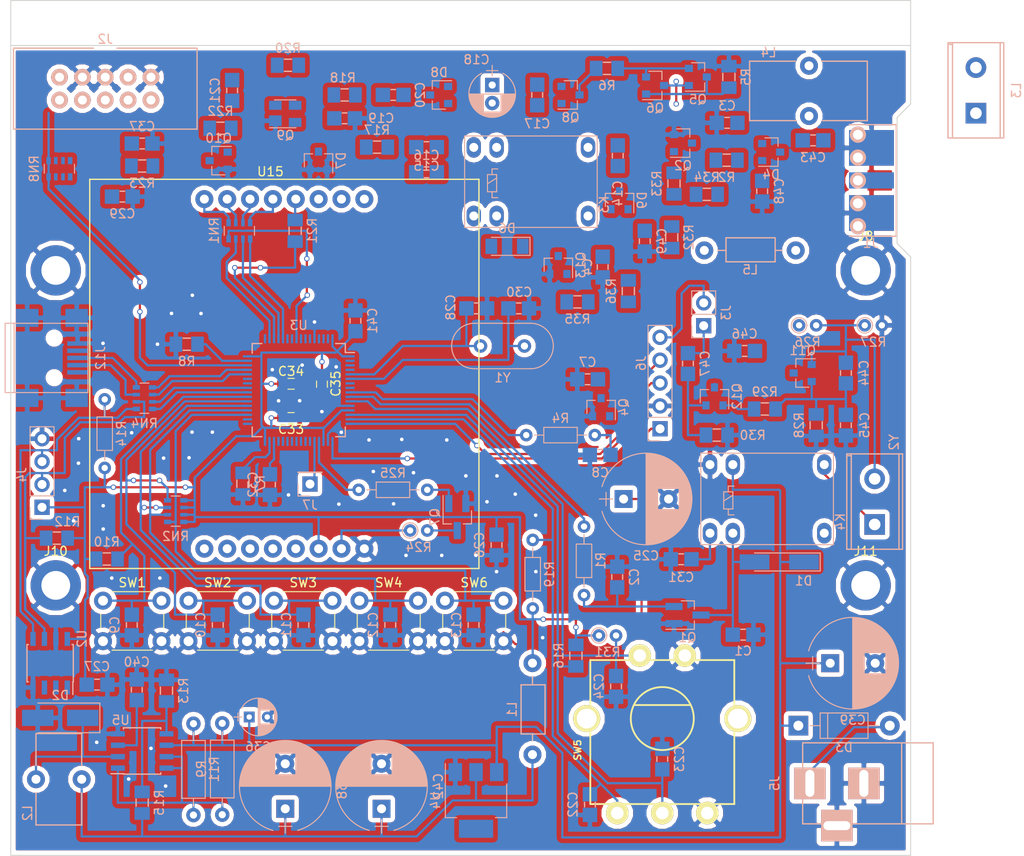
<source format=kicad_pcb>
(kicad_pcb (version 4) (host pcbnew 4.0.7-e2-6376~58~ubuntu14.04.1)
  (layers (0 F.Cu signal) (31 B.Cu signal) (34 B.Paste user) (35 F.Paste user) (36 B.SilkS user) (37 F.SilkS user) (38 B.Mask user) (39 F.Mask user) (44 Edge.Cuts user))
  (net 0 "")
  (net 1 GND)
  (net 2 "Net-(C30-Pad1)")
  (net 3 "Net-(C32-Pad1)")
  (net 4 "Net-(C15-Pad2)")
  (net 5 "Net-(D2-Pad1)")
  (net 6 +3V3)
  (net 7 "Net-(C17-Pad2)")
  (net 8 ENCODER_A)
  (net 9 ENCODER_B)
  (net 10 KEY_MENU)
  (net 11 "Net-(C28-Pad1)")
  (net 12 MCU_RESET)
  (net 13 KEY_A)
  (net 14 +12V)
  (net 15 "Net-(C40-Pad1)")
  (net 16 KEY_B)
  (net 17 KEY_C)
  (net 18 KEY_D)
  (net 19 "Net-(R7-Pad2)")
  (net 20 "Net-(R8-Pad1)")
  (net 21 "Net-(R11-Pad1)")
  (net 22 "Net-(R13-Pad1)")
  (net 23 LCD_DC)
  (net 24 LCD_DIN)
  (net 25 SWCLK)
  (net 26 SWDIO)
  (net 27 SWO)
  (net 28 I2C_SCL)
  (net 29 I2C_SDA)
  (net 30 "Net-(C19-Pad2)")
  (net 31 "Net-(Q7-Pad1)")
  (net 32 "Net-(Q7-Pad3)")
  (net 33 USB_DP)
  (net 34 USB_DM)
  (net 35 "Net-(J2-Pad2)")
  (net 36 "Net-(J2-Pad6)")
  (net 37 "Net-(J2-Pad4)")
  (net 38 "Net-(J2-Pad10)")
  (net 39 LCD_CLK)
  (net 40 LCD_LIGHT)
  (net 41 "Net-(R21-Pad2)")
  (net 42 I2C_SCL_MCU)
  (net 43 I2C_SDA_MCU)
  (net 44 "Net-(RN1-Pad1)")
  (net 45 "Net-(RN1-Pad3)")
  (net 46 "Net-(RN1-Pad2)")
  (net 47 "Net-(RN1-Pad4)")
  (net 48 KEY_E)
  (net 49 "Net-(R24-Pad1)")
  (net 50 "Net-(J12-Pad2)")
  (net 51 "Net-(J12-Pad3)")
  (net 52 "Net-(C16-Pad2)")
  (net 53 REL_3)
  (net 54 "Net-(C2-Pad1)")
  (net 55 "Net-(C4-Pad1)")
  (net 56 REL_0)
  (net 57 "Net-(C8-Pad1)")
  (net 58 "Net-(C14-Pad1)")
  (net 59 F_Q)
  (net 60 "Net-(C20-Pad2)")
  (net 61 "Net-(C20-Pad1)")
  (net 62 "Net-(C21-Pad2)")
  (net 63 "Net-(C31-Pad1)")
  (net 64 "Net-(C44-Pad2)")
  (net 65 "Net-(C44-Pad1)")
  (net 66 "Net-(C46-Pad1)")
  (net 67 "Net-(C47-Pad2)")
  (net 68 "Net-(C47-Pad1)")
  (net 69 "Net-(K4-Pad12)")
  (net 70 "Net-(Q5-Pad2)")
  (net 71 "Net-(Q5-Pad3)")
  (net 72 "Net-(Q8-Pad3)")
  (net 73 F_LC)
  (net 74 "Net-(Q12-Pad1)")
  (net 75 LCD_CE)
  (net 76 LCD_RESET)
  (net 77 "Net-(C38-Pad1)")
  (net 78 USART_RX)
  (net 79 USART_TX)
  (net 80 REL_3_MCU)
  (net 81 REL_1_MCU)
  (net 82 REL_2_MCU)
  (net 83 REL_0_MCU)
  (net 84 "Net-(D3-Pad2)")
  (net 85 ADC)
  (net 86 "Net-(C3-Pad1)")
  (net 87 "Net-(C14-Pad2)")
  (net 88 "Net-(C43-Pad2)")
  (net 89 "Net-(C43-Pad1)")
  (net 90 "Net-(C48-Pad2)")
  (net 91 "Net-(C49-Pad2)")
  (net 92 "Net-(Q2-Pad1)")
  (net 93 "Net-(Q13-Pad1)")
  (module Capacitors_ThroughHole:CP_Radial_D10.0mm_P5.00mm (layer B.Cu) (at 133.1 95.4)
    (fp_text reference C25 (at 2.5 6.31) (layer B.SilkS) (effects (justify mirror)))
    (fp_text value 330uF)
    (pad 1 thru_hole rect (at 0 0) (size 2 2) (drill 1) (layers *.Cu *.Mask) (net 6 +3V3))
    (pad 2 thru_hole circle (at 5 0) (size 2 2) (drill 1) (layers *.Cu *.Mask) (net 1 GND))
  )
  (module UI:USBBLASTER (layer B.Cu) (at 75.5 49.8)
    (fp_text reference J2 (at 0 -5.5) (layer B.SilkS) (effects (justify mirror)))
    (fp_text value "IDC10 Serial Wire")
    (pad 1 thru_hole circle (at -5.08 -1.27) (size 1.85 1.85) (drill 1) (layers *.Cu *.Mask B.SilkS) (net 6 +3V3))
    (pad 2 thru_hole circle (at -5.08 1.27) (size 1.85 1.85) (drill 1) (layers *.Cu *.Mask B.SilkS) (net 35 "Net-(J2-Pad2)"))
    (pad 3 thru_hole circle (at -2.54 -1.27) (size 1.85 1.85) (drill 1) (layers *.Cu *.Mask B.SilkS) (net 1 GND))
    (pad 4 thru_hole circle (at -2.54 1.27) (size 1.85 1.85) (drill 1) (layers *.Cu *.Mask B.SilkS) (net 37 "Net-(J2-Pad4)"))
    (pad 5 thru_hole circle (at 0 -1.27) (size 1.85 1.85) (drill 1) (layers *.Cu *.Mask B.SilkS) (net 1 GND))
    (pad 6 thru_hole circle (at 0 1.27) (size 1.85 1.85) (drill 1) (layers *.Cu *.Mask B.SilkS) (net 36 "Net-(J2-Pad6)"))
    (pad 7 thru_hole circle (at 2.54 -1.27) (size 1.85 1.85) (drill 1) (layers *.Cu *.Mask B.SilkS))
    (pad 8 thru_hole circle (at 2.54 1.27) (size 1.85 1.85) (drill 1) (layers *.Cu *.Mask B.SilkS))
    (pad 9 thru_hole circle (at 5.08 -1.27) (size 1.85 1.85) (drill 1) (layers *.Cu *.Mask B.SilkS) (net 1 GND))
    (pad 10 thru_hole circle (at 5.08 1.27) (size 1.85 1.85) (drill 1) (layers *.Cu *.Mask B.SilkS) (net 38 "Net-(J2-Pad10)"))
  )
  (module UI:Nokia_5110-3310_LCD (layer F.Cu) (at 95.4 59.875)
    (fp_text reference U15 (at -1.55 -0.855) (layer F.SilkS))
    (fp_text value Nokia_5110_LCD)
    (pad 4 thru_hole circle (at -1.27 2.2) (size 2 2) (drill 1) (layers *.Cu *.Mask) (net 47 "Net-(RN1-Pad4)"))
    (pad 5 thru_hole circle (at 1.27 2.2) (size 2 2) (drill 1) (layers *.Cu *.Mask) (net 41 "Net-(R21-Pad2)"))
    (pad 3 thru_hole circle (at -3.81 2.2) (size 2 2) (drill 1) (layers *.Cu *.Mask) (net 45 "Net-(RN1-Pad3)"))
    (pad 2 thru_hole circle (at -6.35 2.2) (size 2 2) (drill 1) (layers *.Cu *.Mask) (net 46 "Net-(RN1-Pad2)"))
    (pad 1 thru_hole circle (at -8.89 2.2) (size 2 2) (drill 1) (layers *.Cu *.Mask) (net 44 "Net-(RN1-Pad1)"))
    (pad 14 thru_hole circle (at 3.81 2.2) (size 2 2) (drill 1) (layers *.Cu *.Mask))
    (pad 15 thru_hole circle (at 6.35 2.2) (size 2 2) (drill 1) (layers *.Cu *.Mask))
    (pad 16 thru_hole circle (at 8.89 2.2) (size 2 2) (drill 1) (layers *.Cu *.Mask))
    (pad 9 thru_hole circle (at -8.89 41.05) (size 2 2) (drill 1) (layers *.Cu *.Mask))
    (pad 10 thru_hole circle (at -6.35 41.05) (size 2 2) (drill 1) (layers *.Cu *.Mask))
    (pad 11 thru_hole circle (at -3.81 41.05) (size 2 2) (drill 1) (layers *.Cu *.Mask))
    (pad 12 thru_hole circle (at -1.27 41.05) (size 2 2) (drill 1) (layers *.Cu *.Mask))
    (pad 13 thru_hole circle (at 1.27 41.05) (size 2 2) (drill 1) (layers *.Cu *.Mask))
    (pad 6 thru_hole circle (at 3.81 41.05) (size 2 2) (drill 1) (layers *.Cu *.Mask) (net 6 +3V3))
    (pad 7 thru_hole circle (at 6.35 41.05) (size 2 2) (drill 1) (layers *.Cu *.Mask) (net 49 "Net-(R24-Pad1)"))
    (pad 8 thru_hole circle (at 8.89 41.05) (size 2 2) (drill 1) (layers *.Cu *.Mask) (net 1 GND))
  )
  (module Choke_Toroid_ThroughHole:Choke_Toroid_6,5x13mm_Vertical (layer B.Cu) (at 147.1 46.75)
    (fp_text reference L4 (at 2.11 -0.96) (layer B.SilkS) (effects (justify mirror)))
    (fp_text value 8uH)
    (pad 1 thru_hole circle (at 6.604 0.508) (size 1.99898 1.99898) (drill 1.00076) (layers *.Cu *.Mask) (net 58 "Net-(C14-Pad1)"))
    (pad 2 thru_hole circle (at 6.604 6.096) (size 1.99898 1.99898) (drill 1.00076) (layers *.Cu *.Mask) (net 88 "Net-(C43-Pad2)"))
  )
  (module Housings_QFP:LQFP-64_10x10mm_Pitch0.5mm (layer B.Cu) (at 97 83.3 180)
    (fp_text reference U3 (at 0 7.2 180) (layer B.SilkS) (effects (justify mirror)))
    (fp_text value STM32F401RCTx)
    (pad 1 smd rect (at -5.7 3.75 180) (size 1 0.25) (layers B.Cu B.Paste B.Mask) (net 6 +3V3))
    (pad 2 smd rect (at -5.7 3.25 180) (size 1 0.25) (layers B.Cu B.Paste B.Mask) (net 82 REL_2_MCU))
    (pad 3 smd rect (at -5.7 2.75 180) (size 1 0.25) (layers B.Cu B.Paste B.Mask) (net 81 REL_1_MCU))
    (pad 4 smd rect (at -5.7 2.25 180) (size 1 0.25) (layers B.Cu B.Paste B.Mask))
    (pad 5 smd rect (at -5.7 1.75 180) (size 1 0.25) (layers B.Cu B.Paste B.Mask) (net 11 "Net-(C28-Pad1)"))
    (pad 6 smd rect (at -5.7 1.25 180) (size 1 0.25) (layers B.Cu B.Paste B.Mask) (net 2 "Net-(C30-Pad1)"))
    (pad 7 smd rect (at -5.7 0.75 180) (size 1 0.25) (layers B.Cu B.Paste B.Mask) (net 12 MCU_RESET))
    (pad 8 smd rect (at -5.7 0.25 180) (size 1 0.25) (layers B.Cu B.Paste B.Mask))
    (pad 9 smd rect (at -5.7 -0.25 180) (size 1 0.25) (layers B.Cu B.Paste B.Mask) (net 83 REL_0_MCU))
    (pad 10 smd rect (at -5.7 -0.75 180) (size 1 0.25) (layers B.Cu B.Paste B.Mask) (net 80 REL_3_MCU))
    (pad 11 smd rect (at -5.7 -1.25 180) (size 1 0.25) (layers B.Cu B.Paste B.Mask) (net 10 KEY_MENU))
    (pad 12 smd rect (at -5.7 -1.75 180) (size 1 0.25) (layers B.Cu B.Paste B.Mask) (net 1 GND))
    (pad 13 smd rect (at -5.7 -2.25 180) (size 1 0.25) (layers B.Cu B.Paste B.Mask) (net 6 +3V3))
    (pad 14 smd rect (at -5.7 -2.75 180) (size 1 0.25) (layers B.Cu B.Paste B.Mask) (net 8 ENCODER_A))
    (pad 15 smd rect (at -5.7 -3.25 180) (size 1 0.25) (layers B.Cu B.Paste B.Mask) (net 9 ENCODER_B))
    (pad 16 smd rect (at -5.7 -3.75 180) (size 1 0.25) (layers B.Cu B.Paste B.Mask) (net 79 USART_TX))
    (pad 17 smd rect (at -3.75 -5.7 90) (size 1 0.25) (layers B.Cu B.Paste B.Mask) (net 78 USART_RX))
    (pad 18 smd rect (at -3.25 -5.7 90) (size 1 0.25) (layers B.Cu B.Paste B.Mask) (net 1 GND))
    (pad 19 smd rect (at -2.75 -5.7 90) (size 1 0.25) (layers B.Cu B.Paste B.Mask) (net 6 +3V3))
    (pad 20 smd rect (at -2.25 -5.7 90) (size 1 0.25) (layers B.Cu B.Paste B.Mask) (net 40 LCD_LIGHT))
    (pad 21 smd rect (at -1.75 -5.7 90) (size 1 0.25) (layers B.Cu B.Paste B.Mask) (net 85 ADC))
    (pad 22 smd rect (at -1.25 -5.7 90) (size 1 0.25) (layers B.Cu B.Paste B.Mask))
    (pad 23 smd rect (at -0.75 -5.7 90) (size 1 0.25) (layers B.Cu B.Paste B.Mask))
    (pad 24 smd rect (at -0.25 -5.7 90) (size 1 0.25) (layers B.Cu B.Paste B.Mask))
    (pad 25 smd rect (at 0.25 -5.7 90) (size 1 0.25) (layers B.Cu B.Paste B.Mask))
    (pad 26 smd rect (at 0.75 -5.7 90) (size 1 0.25) (layers B.Cu B.Paste B.Mask))
    (pad 27 smd rect (at 1.25 -5.7 90) (size 1 0.25) (layers B.Cu B.Paste B.Mask))
    (pad 28 smd rect (at 1.75 -5.7 90) (size 1 0.25) (layers B.Cu B.Paste B.Mask))
    (pad 29 smd rect (at 2.25 -5.7 90) (size 1 0.25) (layers B.Cu B.Paste B.Mask))
    (pad 30 smd rect (at 2.75 -5.7 90) (size 1 0.25) (layers B.Cu B.Paste B.Mask) (net 3 "Net-(C32-Pad1)"))
    (pad 31 smd rect (at 3.25 -5.7 90) (size 1 0.25) (layers B.Cu B.Paste B.Mask) (net 19 "Net-(R7-Pad2)"))
    (pad 32 smd rect (at 3.75 -5.7 90) (size 1 0.25) (layers B.Cu B.Paste B.Mask) (net 6 +3V3))
    (pad 33 smd rect (at 5.7 -3.75 180) (size 1 0.25) (layers B.Cu B.Paste B.Mask))
    (pad 34 smd rect (at 5.7 -3.25 180) (size 1 0.25) (layers B.Cu B.Paste B.Mask))
    (pad 35 smd rect (at 5.7 -2.75 180) (size 1 0.25) (layers B.Cu B.Paste B.Mask) (net 48 KEY_E))
    (pad 36 smd rect (at 5.7 -2.25 180) (size 1 0.25) (layers B.Cu B.Paste B.Mask) (net 18 KEY_D))
    (pad 37 smd rect (at 5.7 -1.75 180) (size 1 0.25) (layers B.Cu B.Paste B.Mask) (net 17 KEY_C))
    (pad 38 smd rect (at 5.7 -1.25 180) (size 1 0.25) (layers B.Cu B.Paste B.Mask) (net 16 KEY_B))
    (pad 39 smd rect (at 5.7 -0.75 180) (size 1 0.25) (layers B.Cu B.Paste B.Mask) (net 13 KEY_A))
    (pad 40 smd rect (at 5.7 -0.25 180) (size 1 0.25) (layers B.Cu B.Paste B.Mask) (net 43 I2C_SDA_MCU))
    (pad 41 smd rect (at 5.7 0.25 180) (size 1 0.25) (layers B.Cu B.Paste B.Mask) (net 42 I2C_SCL_MCU))
    (pad 42 smd rect (at 5.7 0.75 180) (size 1 0.25) (layers B.Cu B.Paste B.Mask))
    (pad 43 smd rect (at 5.7 1.25 180) (size 1 0.25) (layers B.Cu B.Paste B.Mask))
    (pad 44 smd rect (at 5.7 1.75 180) (size 1 0.25) (layers B.Cu B.Paste B.Mask) (net 34 USB_DM))
    (pad 45 smd rect (at 5.7 2.25 180) (size 1 0.25) (layers B.Cu B.Paste B.Mask) (net 33 USB_DP))
    (pad 46 smd rect (at 5.7 2.75 180) (size 1 0.25) (layers B.Cu B.Paste B.Mask) (net 26 SWDIO))
    (pad 47 smd rect (at 5.7 3.25 180) (size 1 0.25) (layers B.Cu B.Paste B.Mask) (net 20 "Net-(R8-Pad1)"))
    (pad 48 smd rect (at 5.7 3.75 180) (size 1 0.25) (layers B.Cu B.Paste B.Mask) (net 6 +3V3))
    (pad 49 smd rect (at 3.75 5.7 90) (size 1 0.25) (layers B.Cu B.Paste B.Mask) (net 25 SWCLK))
    (pad 50 smd rect (at 3.25 5.7 90) (size 1 0.25) (layers B.Cu B.Paste B.Mask) (net 75 LCD_CE))
    (pad 51 smd rect (at 2.75 5.7 90) (size 1 0.25) (layers B.Cu B.Paste B.Mask) (net 39 LCD_CLK))
    (pad 52 smd rect (at 2.25 5.7 90) (size 1 0.25) (layers B.Cu B.Paste B.Mask) (net 23 LCD_DC))
    (pad 53 smd rect (at 1.75 5.7 90) (size 1 0.25) (layers B.Cu B.Paste B.Mask) (net 24 LCD_DIN))
    (pad 54 smd rect (at 1.25 5.7 90) (size 1 0.25) (layers B.Cu B.Paste B.Mask) (net 73 F_LC))
    (pad 55 smd rect (at 0.75 5.7 90) (size 1 0.25) (layers B.Cu B.Paste B.Mask) (net 27 SWO))
    (pad 56 smd rect (at 0.25 5.7 90) (size 1 0.25) (layers B.Cu B.Paste B.Mask) (net 76 LCD_RESET))
    (pad 57 smd rect (at -0.25 5.7 90) (size 1 0.25) (layers B.Cu B.Paste B.Mask))
    (pad 58 smd rect (at -0.75 5.7 90) (size 1 0.25) (layers B.Cu B.Paste B.Mask))
    (pad 59 smd rect (at -1.25 5.7 90) (size 1 0.25) (layers B.Cu B.Paste B.Mask))
    (pad 60 smd rect (at -1.75 5.7 90) (size 1 0.25) (layers B.Cu B.Paste B.Mask) (net 1 GND))
    (pad 61 smd rect (at -2.25 5.7 90) (size 1 0.25) (layers B.Cu B.Paste B.Mask))
    (pad 62 smd rect (at -2.75 5.7 90) (size 1 0.25) (layers B.Cu B.Paste B.Mask))
    (pad 63 smd rect (at -3.25 5.7 90) (size 1 0.25) (layers B.Cu B.Paste B.Mask) (net 1 GND))
    (pad 64 smd rect (at -3.75 5.7 90) (size 1 0.25) (layers B.Cu B.Paste B.Mask) (net 6 +3V3))
  )
  (module UI:C_1206_0603 (layer B.Cu) (at 146.38 110.48)
    (fp_text reference C1 (at 0 1.8) (layer B.SilkS) (effects (justify mirror)))
    (fp_text value 100nF)
    (pad 2 smd rect (at 1.15 0) (size 1.6 1.6) (layers B.Cu B.Paste B.Mask) (net 1 GND))
    (pad 1 smd rect (at -1.15 0) (size 1.6 1.6) (layers B.Cu B.Paste B.Mask) (net 53 REL_3))
  )
  (module UI:C_1206_0603 (layer B.Cu) (at 132.39 104.07 90)
    (fp_text reference C2 (at 0 1.9 90) (layer B.SilkS) (effects (justify mirror)))
    (fp_text value 100nF)
    (pad 2 smd rect (at 1.15 0 90) (size 1.6 1.6) (layers B.Cu B.Paste B.Mask) (net 1 GND))
    (pad 1 smd rect (at -1.15 0 90) (size 1.6 1.6) (layers B.Cu B.Paste B.Mask) (net 54 "Net-(C2-Pad1)"))
  )
  (module Resistors_ThroughHole:R_Axial_DIN0207_L6.3mm_D2.5mm_P10.16mm_Horizontal (layer B.Cu) (at 88.5 120.325 270)
    (fp_text reference R9 (at 5.08 2.31 270) (layer B.SilkS) (effects (justify mirror)))
    (fp_text value 0.49R)
    (pad 1 thru_hole circle (at 0 0 270) (size 1.6 1.6) (drill 0.8) (layers *.Cu *.Mask) (net 14 +12V))
    (pad 2 thru_hole oval (at 10.16 0 270) (size 1.6 1.6) (drill 0.8) (layers *.Cu *.Mask) (net 21 "Net-(R11-Pad1)"))
  )
  (module UI:R_1206_0603 (layer B.Cu) (at 82.3 116.7 90)
    (fp_text reference R13 (at 0 1.9 90) (layer B.SilkS) (effects (justify mirror)))
    (fp_text value 11k)
    (pad 1 smd rect (at -1.2 0) (size 1.7 1.4) (layers B.Cu B.Paste B.Mask) (net 22 "Net-(R13-Pad1)"))
    (pad 2 smd rect (at 1.2 0 90) (size 1.4 1.7) (layers B.Cu B.Paste B.Mask) (net 1 GND))
  )
  (module Resistors_SMD:R_Array_Convex_4x0603 (layer B.Cu) (at 90.4 65.6 270)
    (fp_text reference RN1 (at 0 2.8 270) (layer B.SilkS) (effects (justify mirror)))
    (fp_text value 56R)
    (pad 1 smd rect (at -0.9 1.2 270) (size 0.8 0.5) (layers B.Cu B.Paste B.Mask) (net 44 "Net-(RN1-Pad1)"))
    (pad 3 smd rect (at -0.9 -0.4 270) (size 0.8 0.4) (layers B.Cu B.Paste B.Mask) (net 45 "Net-(RN1-Pad3)"))
    (pad 2 smd rect (at -0.9 0.4 270) (size 0.8 0.4) (layers B.Cu B.Paste B.Mask) (net 46 "Net-(RN1-Pad2)"))
    (pad 4 smd rect (at -0.9 -1.2 270) (size 0.8 0.5) (layers B.Cu B.Paste B.Mask) (net 47 "Net-(RN1-Pad4)"))
    (pad 7 smd rect (at 0.9 0.4 270) (size 0.8 0.4) (layers B.Cu B.Paste B.Mask) (net 75 LCD_CE))
    (pad 8 smd rect (at 0.9 1.2 270) (size 0.8 0.5) (layers B.Cu B.Paste B.Mask) (net 76 LCD_RESET))
    (pad 6 smd rect (at 0.9 -0.4 270) (size 0.8 0.4) (layers B.Cu B.Paste B.Mask) (net 23 LCD_DC))
    (pad 5 smd rect (at 0.9 -1.2 270) (size 0.8 0.5) (layers B.Cu B.Paste B.Mask) (net 24 LCD_DIN))
  )
  (module Resistors_SMD:R_Array_Convex_4x0603 (layer B.Cu) (at 83.325 96.75)
    (fp_text reference RN2 (at 0 2.8) (layer B.SilkS) (effects (justify mirror)))
    (fp_text value 4.7k)
    (pad 1 smd rect (at -0.9 1.2) (size 0.8 0.5) (layers B.Cu B.Paste B.Mask) (net 48 KEY_E))
    (pad 3 smd rect (at -0.9 -0.4) (size 0.8 0.4) (layers B.Cu B.Paste B.Mask) (net 17 KEY_C))
    (pad 2 smd rect (at -0.9 0.4) (size 0.8 0.4) (layers B.Cu B.Paste B.Mask) (net 18 KEY_D))
    (pad 4 smd rect (at -0.9 -1.2) (size 0.8 0.5) (layers B.Cu B.Paste B.Mask) (net 16 KEY_B))
    (pad 7 smd rect (at 0.9 0.4) (size 0.8 0.4) (layers B.Cu B.Paste B.Mask) (net 6 +3V3))
    (pad 8 smd rect (at 0.9 1.2) (size 0.8 0.5) (layers B.Cu B.Paste B.Mask) (net 6 +3V3))
    (pad 6 smd rect (at 0.9 -0.4) (size 0.8 0.4) (layers B.Cu B.Paste B.Mask) (net 6 +3V3))
    (pad 5 smd rect (at 0.9 -1.2) (size 0.8 0.5) (layers B.Cu B.Paste B.Mask) (net 6 +3V3))
  )
  (module Resistors_SMD:R_Array_Convex_4x0603 (layer B.Cu) (at 70.4 58.7 270)
    (fp_text reference RN8 (at 0 2.8 270) (layer B.SilkS) (effects (justify mirror)))
    (fp_text value 47)
    (pad 1 smd rect (at -0.9 1.2 270) (size 0.8 0.5) (layers B.Cu B.Paste B.Mask) (net 35 "Net-(J2-Pad2)"))
    (pad 3 smd rect (at -0.9 -0.4 270) (size 0.8 0.4) (layers B.Cu B.Paste B.Mask) (net 36 "Net-(J2-Pad6)"))
    (pad 2 smd rect (at -0.9 0.4 270) (size 0.8 0.4) (layers B.Cu B.Paste B.Mask) (net 37 "Net-(J2-Pad4)"))
    (pad 4 smd rect (at -0.9 -1.2 270) (size 0.8 0.5) (layers B.Cu B.Paste B.Mask) (net 38 "Net-(J2-Pad10)"))
    (pad 7 smd rect (at 0.9 0.4 270) (size 0.8 0.4) (layers B.Cu B.Paste B.Mask) (net 25 SWCLK))
    (pad 8 smd rect (at 0.9 1.2 270) (size 0.8 0.5) (layers B.Cu B.Paste B.Mask) (net 26 SWDIO))
    (pad 6 smd rect (at 0.9 -0.4 270) (size 0.8 0.4) (layers B.Cu B.Paste B.Mask) (net 27 SWO))
    (pad 5 smd rect (at 0.9 -1.2 270) (size 0.8 0.5) (layers B.Cu B.Paste B.Mask) (net 12 MCU_RESET))
  )
  (module Crystals:Crystal_HC49-U_Vertical (layer B.Cu) (at 117.2 78.4)
    (fp_text reference Y1 (at 2.44 3.525) (layer B.SilkS) (effects (justify mirror)))
    (fp_text value 20Mhz)
    (pad 1 thru_hole circle (at 0 0) (size 1.5 1.5) (drill 0.8) (layers *.Cu *.Mask) (net 11 "Net-(C28-Pad1)"))
    (pad 2 thru_hole circle (at 4.88 0) (size 1.5 1.5) (drill 0.8) (layers *.Cu *.Mask) (net 2 "Net-(C30-Pad1)"))
  )
  (module UI:C_1206_0603 (layer B.Cu) (at 144.6 53.6 180)
    (fp_text reference C3 (at 0 1.9 180) (layer B.SilkS) (effects (justify mirror)))
    (fp_text value 100nF)
    (pad 2 smd rect (at 1.15 0 180) (size 1.6 1.6) (layers B.Cu B.Paste B.Mask) (net 1 GND))
    (pad 1 smd rect (at -1.15 0 180) (size 1.6 1.6) (layers B.Cu B.Paste B.Mask) (net 86 "Net-(C3-Pad1)"))
  )
  (module UI:C_1206_0603 (layer B.Cu) (at 130.775 69.625 270)
    (fp_text reference C4 (at 0 1.695 270) (layer B.SilkS) (effects (justify mirror)))
    (fp_text value 100nF)
    (pad 2 smd rect (at 1.15 0 270) (size 1.6 1.6) (layers B.Cu B.Paste B.Mask) (net 1 GND))
    (pad 1 smd rect (at -1.15 0 270) (size 1.6 1.6) (layers B.Cu B.Paste B.Mask) (net 55 "Net-(C4-Pad1)"))
  )
  (module UI:C_1206_0603 (layer B.Cu) (at 118.98 100.51 270)
    (fp_text reference C26 (at 0 1.9 270) (layer B.SilkS) (effects (justify mirror)))
    (fp_text value 100nF)
    (pad 2 smd rect (at 1.15 0 270) (size 1.6 1.6) (layers B.Cu B.Paste B.Mask) (net 1 GND))
    (pad 1 smd rect (at -1.15 0 270) (size 1.6 1.6) (layers B.Cu B.Paste B.Mask) (net 6 +3V3))
  )
  (module UI:C_1206_0603 (layer B.Cu) (at 74.59 116.03)
    (fp_text reference C27 (at 0 -2.01) (layer B.SilkS) (effects (justify mirror)))
    (fp_text value 100nF)
    (pad 2 smd rect (at 1.15 0) (size 1.6 1.6) (layers B.Cu B.Paste B.Mask) (net 1 GND))
    (pad 1 smd rect (at -1.15 0) (size 1.6 1.6) (layers B.Cu B.Paste B.Mask) (net 6 +3V3))
  )
  (module UI:C_1206_0603 (layer B.Cu) (at 116.78 74.22)
    (fp_text reference C28 (at -2.89 -0.11 90) (layer B.SilkS) (effects (justify mirror)))
    (fp_text value 22)
    (pad 2 smd rect (at 1.15 0) (size 1.6 1.6) (layers B.Cu B.Paste B.Mask) (net 1 GND))
    (pad 1 smd rect (at -1.15 0) (size 1.6 1.6) (layers B.Cu B.Paste B.Mask) (net 11 "Net-(C28-Pad1)"))
  )
  (module UI:C_1206_0603 (layer B.Cu) (at 77.4 61.8)
    (fp_text reference C29 (at 0 1.9) (layer B.SilkS) (effects (justify mirror)))
    (fp_text value 100nF)
    (pad 2 smd rect (at 1.15 0) (size 1.6 1.6) (layers B.Cu B.Paste B.Mask) (net 1 GND))
    (pad 1 smd rect (at -1.15 0) (size 1.6 1.6) (layers B.Cu B.Paste B.Mask) (net 12 MCU_RESET))
  )
  (module UI:C_1206_0603 (layer B.Cu) (at 121.45 74.22)
    (fp_text reference C30 (at 0.05 -1.8) (layer B.SilkS) (effects (justify mirror)))
    (fp_text value 22)
    (pad 2 smd rect (at 1.15 0) (size 1.6 1.6) (layers B.Cu B.Paste B.Mask) (net 1 GND))
    (pad 1 smd rect (at -1.15 0) (size 1.6 1.6) (layers B.Cu B.Paste B.Mask) (net 2 "Net-(C30-Pad1)"))
  )
  (module UI:C_1206_0603 (layer B.Cu) (at 93.8 93.8 270)
    (fp_text reference C32 (at 0 1.9 270) (layer B.SilkS) (effects (justify mirror)))
    (fp_text value 100nF)
    (pad 2 smd rect (at 1.15 0 270) (size 1.6 1.6) (layers B.Cu B.Paste B.Mask) (net 1 GND))
    (pad 1 smd rect (at -1.15 0 270) (size 1.6 1.6) (layers B.Cu B.Paste B.Mask) (net 3 "Net-(C32-Pad1)"))
  )
  (module Capacitors_ThroughHole:CP_Radial_D4.0mm_P2.00mm (layer B.Cu) (at 91.5 119.625)
    (fp_text reference C36 (at 1 3.31) (layer B.SilkS) (effects (justify mirror)))
    (fp_text value 10uF)
    (pad 1 thru_hole rect (at 0 0) (size 1.2 1.2) (drill 0.6) (layers *.Cu *.Mask) (net 14 +12V))
    (pad 2 thru_hole circle (at 2 0) (size 1.2 1.2) (drill 0.6) (layers *.Cu *.Mask) (net 1 GND))
  )
  (module UI:C_1206_0603 (layer B.Cu) (at 79 116.6 90)
    (fp_text reference C40 (at 3.09 0 180) (layer B.SilkS) (effects (justify mirror)))
    (fp_text value 200pF)
    (pad 2 smd rect (at 1.15 0 90) (size 1.6 1.6) (layers B.Cu B.Paste B.Mask) (net 1 GND))
    (pad 1 smd rect (at -1.15 0 90) (size 1.6 1.6) (layers B.Cu B.Paste B.Mask) (net 15 "Net-(C40-Pad1)"))
  )
  (module Diodes_SMD:D_SMA_Handsoldering (layer B.Cu) (at 70.5 119.725 180)
    (fp_text reference D2 (at 0 2.5 180) (layer B.SilkS) (effects (justify mirror)))
    (fp_text value SS14)
    (pad 1 smd rect (at -2.5 0 180) (size 3.5 1.8) (layers B.Cu B.Paste B.Mask) (net 5 "Net-(D2-Pad1)"))
    (pad 2 smd rect (at 2.5 0 180) (size 3.5 1.8) (layers B.Cu B.Paste B.Mask) (net 1 GND))
  )
  (module Choke_Axial_ThroughHole:Choke_Horizontal_RM10mm (layer B.Cu) (at 122.975 118.8 90)
    (fp_text reference L1 (at 0 -2.275 90) (layer B.SilkS) (effects (justify mirror)))
    (fp_text value 280uH)
    (pad 1 thru_hole circle (at -5.00126 0 90) (size 1.99898 1.99898) (drill 1.00076) (layers *.Cu *.Mask) (net 77 "Net-(C38-Pad1)"))
    (pad 2 thru_hole circle (at 5.15874 0 90) (size 1.99898 1.99898) (drill 1.00076) (layers *.Cu *.Mask) (net 6 +3V3))
  )
  (module UI:R_1206_0603 (layer B.Cu) (at 90.8 93.7 90)
    (fp_text reference R7 (at 0 1.9 90) (layer B.SilkS) (effects (justify mirror)))
    (fp_text value 0*)
    (pad 1 smd rect (at -1.2 0) (size 1.7 1.4) (layers B.Cu B.Paste B.Mask) (net 1 GND))
    (pad 2 smd rect (at 1.2 0 90) (size 1.4 1.7) (layers B.Cu B.Paste B.Mask) (net 19 "Net-(R7-Pad2)"))
  )
  (module UI:R_1206_0603 (layer B.Cu) (at 84.55 78.2 180)
    (fp_text reference R8 (at 0 -1.9 180) (layer B.SilkS) (effects (justify mirror)))
    (fp_text value 0*)
    (pad 1 smd rect (at -1.2 0 90) (size 1.7 1.4) (layers B.Cu B.Paste B.Mask) (net 20 "Net-(R8-Pad1)"))
    (pad 2 smd rect (at 1.2 0 180) (size 1.4 1.7) (layers B.Cu B.Paste B.Mask) (net 1 GND))
  )
  (module Resistors_ThroughHole:R_Axial_DIN0207_L6.3mm_D2.5mm_P10.16mm_Horizontal (layer B.Cu) (at 85.3 130.525 90)
    (fp_text reference R11 (at 5.08 2.31 90) (layer B.SilkS) (effects (justify mirror)))
    (fp_text value 0.49R)
    (pad 1 thru_hole circle (at 0 0 90) (size 1.6 1.6) (drill 0.8) (layers *.Cu *.Mask) (net 21 "Net-(R11-Pad1)"))
    (pad 2 thru_hole oval (at 10.16 0 90) (size 1.6 1.6) (drill 0.8) (layers *.Cu *.Mask) (net 14 +12V))
  )
  (module UI:R_1206_0603 (layer B.Cu) (at 79.6 129.15 90)
    (fp_text reference R15 (at 0 1.9 90) (layer B.SilkS) (effects (justify mirror)))
    (fp_text value 18k)
    (pad 1 smd rect (at -1.2 0) (size 1.7 1.4) (layers B.Cu B.Paste B.Mask) (net 77 "Net-(C38-Pad1)"))
    (pad 2 smd rect (at 1.2 0 90) (size 1.4 1.7) (layers B.Cu B.Paste B.Mask) (net 22 "Net-(R13-Pad1)"))
  )
  (module Housings_SOIC:SOIC-8_3.9x4.9mm_Pitch1.27mm (layer B.Cu) (at 69.375 113.65 90)
    (fp_text reference U2 (at 2.72 3.535 90) (layer B.SilkS) (effects (justify mirror)))
    (fp_text value FM24CL16B)
    (pad 1 smd rect (at -2.7 1.905 90) (size 1.55 0.6) (layers B.Cu B.Paste B.Mask))
    (pad 2 smd rect (at -2.7 0.635 90) (size 1.55 0.6) (layers B.Cu B.Paste B.Mask))
    (pad 3 smd rect (at -2.7 -0.635 90) (size 1.55 0.6) (layers B.Cu B.Paste B.Mask))
    (pad 4 smd rect (at -2.7 -1.905 90) (size 1.55 0.6) (layers B.Cu B.Paste B.Mask) (net 1 GND))
    (pad 5 smd rect (at 2.7 -1.905 90) (size 1.55 0.6) (layers B.Cu B.Paste B.Mask) (net 29 I2C_SDA))
    (pad 6 smd rect (at 2.7 -0.635 90) (size 1.55 0.6) (layers B.Cu B.Paste B.Mask) (net 28 I2C_SCL))
    (pad 7 smd rect (at 2.7 0.635 90) (size 1.55 0.6) (layers B.Cu B.Paste B.Mask) (net 1 GND))
    (pad 8 smd rect (at 2.7 1.905 90) (size 1.55 0.6) (layers B.Cu B.Paste B.Mask) (net 6 +3V3))
  )
  (module TO_SOT_Packages_SMD:SOT-223 (layer B.Cu) (at 116.7 128.9 270)
    (fp_text reference U4 (at 0 4.5 270) (layer B.SilkS) (effects (justify mirror)))
    (fp_text value AP1117-33)
    (pad 4 smd rect (at 3.15 0 270) (size 2 3.8) (layers B.Cu B.Paste B.Mask))
    (pad 2 smd rect (at -3.15 0 270) (size 2 1.5) (layers B.Cu B.Paste B.Mask) (net 77 "Net-(C38-Pad1)"))
    (pad 3 smd rect (at -3.15 -2.3 270) (size 2 1.5) (layers B.Cu B.Paste B.Mask) (net 14 +12V))
    (pad 1 smd rect (at -3.15 2.3 270) (size 2 1.5) (layers B.Cu B.Paste B.Mask) (net 1 GND))
  )
  (module UI:SOIC-8_3.9x4.9mm_Pitch1.27mm (layer B.Cu) (at 79.6 123.4)
    (fp_text reference U5 (at -2.38 -3.43) (layer B.SilkS) (effects (justify mirror)))
    (fp_text value MC34063)
    (pad 1 smd rect (at -2.7 1.905) (size 1.55 0.6) (layers B.Cu B.Paste B.Mask) (net 21 "Net-(R11-Pad1)"))
    (pad 2 smd rect (at -2.7 0.635) (size 1.55 0.6) (layers B.Cu B.Paste B.Mask) (net 5 "Net-(D2-Pad1)"))
    (pad 3 smd rect (at -2.7 -0.635) (size 1.55 0.6) (layers B.Cu B.Paste B.Mask) (net 15 "Net-(C40-Pad1)"))
    (pad 4 smd rect (at -2.7 -1.905) (size 1.55 0.6) (layers B.Cu B.Paste B.Mask) (net 1 GND))
    (pad 5 smd rect (at 2.7 -1.905) (size 1.55 0.6) (layers B.Cu B.Paste B.Mask) (net 22 "Net-(R13-Pad1)"))
    (pad 6 smd rect (at 2.7 -0.635) (size 1.55 0.6) (layers B.Cu B.Paste B.Mask) (net 14 +12V))
    (pad 7 smd rect (at 2.7 0.635) (size 1.55 0.6) (layers B.Cu B.Paste B.Mask) (net 21 "Net-(R11-Pad1)"))
    (pad 8 smd rect (at 2.7 1.905) (size 1.55 0.6) (layers B.Cu B.Paste B.Mask) (net 21 "Net-(R11-Pad1)"))
  )
  (module UI:C_1206_0603 (layer B.Cu) (at 157.8 81.4 270)
    (fp_text reference C44 (at 0 -2.02 270) (layer B.SilkS) (effects (justify mirror)))
    (fp_text value 100pF)
    (pad 2 smd rect (at 1.15 0 270) (size 1.6 1.6) (layers B.Cu B.Paste B.Mask) (net 64 "Net-(C44-Pad2)"))
    (pad 1 smd rect (at -1.15 0 270) (size 1.6 1.6) (layers B.Cu B.Paste B.Mask) (net 65 "Net-(C44-Pad1)"))
  )
  (module UI:C_1206_0603 (layer B.Cu) (at 157.8 87.2 270)
    (fp_text reference C45 (at 0 -2.1 270) (layer B.SilkS) (effects (justify mirror)))
    (fp_text value 100pF)
    (pad 2 smd rect (at 1.15 0 270) (size 1.6 1.6) (layers B.Cu B.Paste B.Mask) (net 1 GND))
    (pad 1 smd rect (at -1.15 0 270) (size 1.6 1.6) (layers B.Cu B.Paste B.Mask) (net 64 "Net-(C44-Pad2)"))
  )
  (module UI:C_1206_0603 (layer B.Cu) (at 146.55 78.95 180)
    (fp_text reference C46 (at 0 1.9 180) (layer B.SilkS) (effects (justify mirror)))
    (fp_text value 100nF)
    (pad 2 smd rect (at 1.15 0 180) (size 1.6 1.6) (layers B.Cu B.Paste B.Mask) (net 1 GND))
    (pad 1 smd rect (at -1.15 0 180) (size 1.6 1.6) (layers B.Cu B.Paste B.Mask) (net 66 "Net-(C46-Pad1)"))
  )
  (module UI:C_1206_0603 (layer B.Cu) (at 129.1 82.1 180)
    (fp_text reference C7 (at 0 1.9 180) (layer B.SilkS) (effects (justify mirror)))
    (fp_text value 100nF)
    (pad 2 smd rect (at 1.15 0 180) (size 1.6 1.6) (layers B.Cu B.Paste B.Mask) (net 1 GND))
    (pad 1 smd rect (at -1.15 0 180) (size 1.6 1.6) (layers B.Cu B.Paste B.Mask) (net 56 REL_0))
  )
  (module Diodes_SMD:D_MiniMELF_Handsoldering (layer B.Cu) (at 150.4 102.4 180)
    (fp_text reference D1 (at -2.7 -2.1 180) (layer B.SilkS) (effects (justify mirror)))
    (fp_text value LL4148)
    (pad 1 smd rect (at -2.75 0 180) (size 3.3 1.7) (layers B.Cu B.Paste B.Mask) (net 14 +12V))
    (pad 2 smd rect (at 2.75 0 180) (size 3.3 1.7) (layers B.Cu B.Paste B.Mask) (net 53 REL_3))
  )
  (module UI:R_1206_0603 (layer B.Cu) (at 95.8 47.2 180)
    (fp_text reference R20 (at 0 1.9 180) (layer B.SilkS) (effects (justify mirror)))
    (fp_text value 330)
    (pad 1 smd rect (at -1.2 0 90) (size 1.7 1.4) (layers B.Cu B.Paste B.Mask) (net 14 +12V))
    (pad 2 smd rect (at 1.2 0 180) (size 1.4 1.7) (layers B.Cu B.Paste B.Mask) (net 60 "Net-(C20-Pad2)"))
  )
  (module UI:R_1206_0603 (layer B.Cu) (at 96.6 65.6 90)
    (fp_text reference R21 (at 0 1.9 90) (layer B.SilkS) (effects (justify mirror)))
    (fp_text value 56R)
    (pad 1 smd rect (at -1.2 0) (size 1.7 1.4) (layers B.Cu B.Paste B.Mask) (net 39 LCD_CLK))
    (pad 2 smd rect (at 1.2 0 90) (size 1.4 1.7) (layers B.Cu B.Paste B.Mask) (net 41 "Net-(R21-Pad2)"))
  )
  (module TO_SOT_Packages_SMD:SOT-23_Handsoldering (layer B.Cu) (at 140.2 108.3)
    (fp_text reference Q1 (at 0 2.5) (layer B.SilkS) (effects (justify mirror)))
    (fp_text value MMBT2222)
    (pad 1 smd rect (at -1.5 0.95) (size 1.9 0.8) (layers B.Cu B.Paste B.Mask) (net 1 GND))
    (pad 2 smd rect (at -1.5 -0.95) (size 1.9 0.8) (layers B.Cu B.Paste B.Mask) (net 54 "Net-(C2-Pad1)"))
    (pad 3 smd rect (at 1.5 0) (size 1.9 0.8) (layers B.Cu B.Paste B.Mask) (net 53 REL_3))
  )
  (module UI:R_1206_0603 (layer B.Cu) (at 131.25 47.55)
    (fp_text reference R6 (at 0 1.9) (layer B.SilkS) (effects (justify mirror)))
    (fp_text value 1k)
    (pad 1 smd rect (at -1.2 0 270) (size 1.7 1.4) (layers B.Cu B.Paste B.Mask) (net 72 "Net-(Q8-Pad3)"))
    (pad 2 smd rect (at 1.2 0) (size 1.4 1.7) (layers B.Cu B.Paste B.Mask) (net 70 "Net-(Q5-Pad2)"))
  )
  (module Buttons_Switches_ThroughHole:SW_PUSH_6mm_h13mm (layer F.Cu) (at 75.25 106.7)
    (fp_text reference SW1 (at 3.25 -2) (layer F.SilkS))
    (fp_text value SW_Push_Dual)
    (pad 2 thru_hole circle (at 0 4.5 90) (size 2 2) (drill 1.1) (layers *.Cu *.Mask) (net 1 GND))
    (pad 1 thru_hole circle (at 0 0 90) (size 2 2) (drill 1.1) (layers *.Cu *.Mask) (net 13 KEY_A))
    (pad 2 thru_hole circle (at 6.5 4.5 90) (size 2 2) (drill 1.1) (layers *.Cu *.Mask) (net 1 GND))
    (pad 1 thru_hole circle (at 6.5 0 90) (size 2 2) (drill 1.1) (layers *.Cu *.Mask) (net 13 KEY_A))
  )
  (module Buttons_Switches_ThroughHole:SW_PUSH_6mm_h13mm (layer F.Cu) (at 84.75 106.7)
    (fp_text reference SW2 (at 3.25 -2) (layer F.SilkS))
    (fp_text value SW_Push_Dual)
    (pad 2 thru_hole circle (at 0 4.5 90) (size 2 2) (drill 1.1) (layers *.Cu *.Mask) (net 1 GND))
    (pad 1 thru_hole circle (at 0 0 90) (size 2 2) (drill 1.1) (layers *.Cu *.Mask) (net 16 KEY_B))
    (pad 2 thru_hole circle (at 6.5 4.5 90) (size 2 2) (drill 1.1) (layers *.Cu *.Mask) (net 1 GND))
    (pad 1 thru_hole circle (at 6.5 0 90) (size 2 2) (drill 1.1) (layers *.Cu *.Mask) (net 16 KEY_B))
  )
  (module Buttons_Switches_ThroughHole:SW_PUSH_6mm_h13mm (layer F.Cu) (at 94.25 106.7)
    (fp_text reference SW3 (at 3.25 -2) (layer F.SilkS))
    (fp_text value SW_Push_Dual)
    (pad 2 thru_hole circle (at 0 4.5 90) (size 2 2) (drill 1.1) (layers *.Cu *.Mask) (net 1 GND))
    (pad 1 thru_hole circle (at 0 0 90) (size 2 2) (drill 1.1) (layers *.Cu *.Mask) (net 17 KEY_C))
    (pad 2 thru_hole circle (at 6.5 4.5 90) (size 2 2) (drill 1.1) (layers *.Cu *.Mask) (net 1 GND))
    (pad 1 thru_hole circle (at 6.5 0 90) (size 2 2) (drill 1.1) (layers *.Cu *.Mask) (net 17 KEY_C))
  )
  (module Buttons_Switches_ThroughHole:SW_PUSH_6mm_h13mm (layer F.Cu) (at 103.75 106.7)
    (fp_text reference SW4 (at 3.25 -2) (layer F.SilkS))
    (fp_text value SW_Push_Dual)
    (pad 2 thru_hole circle (at 0 4.5 90) (size 2 2) (drill 1.1) (layers *.Cu *.Mask) (net 1 GND))
    (pad 1 thru_hole circle (at 0 0 90) (size 2 2) (drill 1.1) (layers *.Cu *.Mask) (net 18 KEY_D))
    (pad 2 thru_hole circle (at 6.5 4.5 90) (size 2 2) (drill 1.1) (layers *.Cu *.Mask) (net 1 GND))
    (pad 1 thru_hole circle (at 6.5 0 90) (size 2 2) (drill 1.1) (layers *.Cu *.Mask) (net 18 KEY_D))
  )
  (module UI:SF-ROTARY-ENCODER (layer F.Cu) (at 137.4 119.8)
    (fp_text reference SW5 (at -9.4 3.5 90) (layer F.SilkS) (effects (font (size 0.762 0.762) (thickness 0.1524))))
    (fp_text value ENCODER hide)
    (pad 4 thru_hole circle (at -2.5 -7) (size 2.5 2.5) (drill 1.4) (layers *.Cu *.Mask F.SilkS) (net 10 KEY_MENU))
    (pad 1 thru_hole circle (at -5 10.5) (size 2.5 2.5) (drill 1.4) (layers *.Cu *.Mask F.SilkS) (net 9 ENCODER_B))
    (pad 2 thru_hole circle (at 0 10.5) (size 2.5 2.5) (drill 1.4) (layers *.Cu *.Mask F.SilkS) (net 8 ENCODER_A))
    (pad 3 thru_hole circle (at 5 10.5) (size 2.5 2.5) (drill 1.4) (layers *.Cu *.Mask F.SilkS) (net 1 GND))
    (pad 5 thru_hole circle (at 2.5 -7) (size 2.5 2.5) (drill 1.4) (layers *.Cu *.Mask F.SilkS) (net 1 GND))
    (pad "" thru_hole circle (at 8.4 0) (size 3 3) (drill 2.2) (layers *.Cu *.Mask F.SilkS))
    (pad "" thru_hole circle (at -8.4 0) (size 3 3) (drill 2.2) (layers *.Cu *.Mask F.SilkS))
  )
  (module UI:C_1206_0603 (layer B.Cu) (at 129.36 129.36 270)
    (fp_text reference C22 (at 0 1.9 270) (layer B.SilkS) (effects (justify mirror)))
    (fp_text value 100nF)
    (pad 2 smd rect (at 1.15 0 270) (size 1.6 1.6) (layers B.Cu B.Paste B.Mask) (net 1 GND))
    (pad 1 smd rect (at -1.15 0 270) (size 1.6 1.6) (layers B.Cu B.Paste B.Mask) (net 9 ENCODER_B))
  )
  (module UI:C_1206_0603 (layer B.Cu) (at 137.4 124.3 90)
    (fp_text reference C23 (at 0 1.9 90) (layer B.SilkS) (effects (justify mirror)))
    (fp_text value 100nF)
    (pad 2 smd rect (at 1.15 0 90) (size 1.6 1.6) (layers B.Cu B.Paste B.Mask) (net 1 GND))
    (pad 1 smd rect (at -1.15 0 90) (size 1.6 1.6) (layers B.Cu B.Paste B.Mask) (net 8 ENCODER_A))
  )
  (module UI:C_1206_0603 (layer B.Cu) (at 132.26 116.22 270)
    (fp_text reference C24 (at 0 1.9 270) (layer B.SilkS) (effects (justify mirror)))
    (fp_text value 100nF)
    (pad 2 smd rect (at 1.15 0 270) (size 1.6 1.6) (layers B.Cu B.Paste B.Mask) (net 1 GND))
    (pad 1 smd rect (at -1.15 0 270) (size 1.6 1.6) (layers B.Cu B.Paste B.Mask) (net 10 KEY_MENU))
  )
  (module Choke_Toroid_ThroughHole:Choke_Toroid_5x10mm_Vertical (layer B.Cu) (at 67.8 131.625 90)
    (fp_text reference L2 (at 1.315 -0.94 90) (layer B.SilkS) (effects (justify mirror)))
    (fp_text value 19uH)
    (pad 1 thru_hole circle (at 5.08 0 90) (size 1.99898 1.99898) (drill 1.00076) (layers *.Cu *.Mask) (net 5 "Net-(D2-Pad1)"))
    (pad 2 thru_hole circle (at 5.08 5.08 90) (size 1.99898 1.99898) (drill 1.00076) (layers *.Cu *.Mask) (net 77 "Net-(C38-Pad1)"))
  )
  (module Mounting_Holes:MountingHole_3.2mm_M3_DIN965_Pad (layer F.Cu) (at 160 70)
    (fp_text reference J8 (at 0 -3.8) (layer F.SilkS))
    (fp_text value Conn_01x01)
    (pad 1 thru_hole circle (at 0 0) (size 5.6 5.6) (drill 3.2) (layers *.Cu *.Mask) (net 1 GND))
  )
  (module Mounting_Holes:MountingHole_3.2mm_M3_DIN965_Pad (layer F.Cu) (at 70 70)
    (fp_text reference J9 hide)
    (fp_text value Conn_01x01)
    (pad 1 thru_hole circle (at 0 0) (size 5.6 5.6) (drill 3.2) (layers *.Cu *.Mask) (net 1 GND))
  )
  (module Mounting_Holes:MountingHole_3.2mm_M3_DIN965_Pad (layer F.Cu) (at 70 105)
    (fp_text reference J10 (at 0 -3.8) (layer F.SilkS))
    (fp_text value Conn_01x01)
    (pad 1 thru_hole circle (at 0 0) (size 5.6 5.6) (drill 3.2) (layers *.Cu *.Mask) (net 1 GND))
  )
  (module Mounting_Holes:MountingHole_3.2mm_M3_DIN965_Pad (layer F.Cu) (at 160 105)
    (fp_text reference J11 (at 0 -3.8) (layer F.SilkS))
    (fp_text value Conn_01x01)
    (pad 1 thru_hole circle (at 0 0) (size 5.6 5.6) (drill 3.2) (layers *.Cu *.Mask) (net 1 GND))
  )
  (module UI:C_1206_0603 (layer B.Cu) (at 78.45 109.4 270)
    (fp_text reference C9 (at 0 1.9 270) (layer B.SilkS) (effects (justify mirror)))
    (fp_text value 100nF)
    (pad 2 smd rect (at 1.15 0 270) (size 1.6 1.6) (layers B.Cu B.Paste B.Mask) (net 1 GND))
    (pad 1 smd rect (at -1.15 0 270) (size 1.6 1.6) (layers B.Cu B.Paste B.Mask) (net 13 KEY_A))
  )
  (module UI:C_1206_0603 (layer B.Cu) (at 88 109.4 270)
    (fp_text reference C10 (at 0 1.9 270) (layer B.SilkS) (effects (justify mirror)))
    (fp_text value 100nF)
    (pad 2 smd rect (at 1.15 0 270) (size 1.6 1.6) (layers B.Cu B.Paste B.Mask) (net 1 GND))
    (pad 1 smd rect (at -1.15 0 270) (size 1.6 1.6) (layers B.Cu B.Paste B.Mask) (net 16 KEY_B))
  )
  (module UI:C_1206_0603 (layer B.Cu) (at 97.525 109.4 270)
    (fp_text reference C11 (at 0 1.9 270) (layer B.SilkS) (effects (justify mirror)))
    (fp_text value 100nF)
    (pad 2 smd rect (at 1.15 0 270) (size 1.6 1.6) (layers B.Cu B.Paste B.Mask) (net 1 GND))
    (pad 1 smd rect (at -1.15 0 270) (size 1.6 1.6) (layers B.Cu B.Paste B.Mask) (net 17 KEY_C))
  )
  (module UI:C_1206_0603 (layer B.Cu) (at 107.175 109.4 270)
    (fp_text reference C12 (at 0 1.9 270) (layer B.SilkS) (effects (justify mirror)))
    (fp_text value 100nF)
    (pad 2 smd rect (at 1.15 0 270) (size 1.6 1.6) (layers B.Cu B.Paste B.Mask) (net 1 GND))
    (pad 1 smd rect (at -1.15 0 270) (size 1.6 1.6) (layers B.Cu B.Paste B.Mask) (net 18 KEY_D))
  )
  (module UI:C_1206_0603 (layer B.Cu) (at 116.425 109.4 270)
    (fp_text reference C13 (at 0 1.9 270) (layer B.SilkS) (effects (justify mirror)))
    (fp_text value 100nF)
    (pad 2 smd rect (at 1.15 0 270) (size 1.6 1.6) (layers B.Cu B.Paste B.Mask) (net 1 GND))
    (pad 1 smd rect (at -1.15 0 270) (size 1.6 1.6) (layers B.Cu B.Paste B.Mask) (net 48 KEY_E))
  )
  (module Buttons_Switches_ThroughHole:SW_PUSH_6mm_h13mm (layer F.Cu) (at 113.25 106.7)
    (fp_text reference SW6 (at 3.25 -2) (layer F.SilkS))
    (fp_text value SW_Push_Dual)
    (pad 2 thru_hole circle (at 0 4.5 90) (size 2 2) (drill 1.1) (layers *.Cu *.Mask) (net 1 GND))
    (pad 1 thru_hole circle (at 0 0 90) (size 2 2) (drill 1.1) (layers *.Cu *.Mask) (net 48 KEY_E))
    (pad 2 thru_hole circle (at 6.5 4.5 90) (size 2 2) (drill 1.1) (layers *.Cu *.Mask) (net 1 GND))
    (pad 1 thru_hole circle (at 6.5 0 90) (size 2 2) (drill 1.1) (layers *.Cu *.Mask) (net 48 KEY_E))
  )
  (module TO_SOT_Packages_SMD:SOT-23_Handsoldering (layer B.Cu) (at 114.62 97.41 270)
    (fp_text reference Q7 (at 0 2.5 270) (layer B.SilkS) (effects (justify mirror)))
    (fp_text value BC817)
    (pad 1 smd rect (at -1.5 0.95 270) (size 1.9 0.8) (layers B.Cu B.Paste B.Mask) (net 31 "Net-(Q7-Pad1)"))
    (pad 2 smd rect (at -1.5 -0.95 270) (size 1.9 0.8) (layers B.Cu B.Paste B.Mask) (net 1 GND))
    (pad 3 smd rect (at 1.5 0 270) (size 1.9 0.8) (layers B.Cu B.Paste B.Mask) (net 32 "Net-(Q7-Pad3)"))
  )
  (module UI:C_1206_0603 (layer B.Cu) (at 107.5 50.5 180)
    (fp_text reference C20 (at -3 0 270) (layer B.SilkS) (effects (justify mirror)))
    (fp_text value 100nF)
    (pad 2 smd rect (at 1.15 0 180) (size 1.6 1.6) (layers B.Cu B.Paste B.Mask) (net 60 "Net-(C20-Pad2)"))
    (pad 1 smd rect (at -1.15 0 180) (size 1.6 1.6) (layers B.Cu B.Paste B.Mask) (net 61 "Net-(C20-Pad1)"))
  )
  (module Connect:USB_Mini-B (layer B.Cu) (at 69.625 79.725)
    (fp_text reference J12 (at 5.355 0.005 90) (layer B.SilkS) (effects (justify mirror)))
    (fp_text value USB_B_Mini)
    (pad 1 smd rect (at 2.8 1.6) (size 2.3 0.5) (layers B.Cu B.Paste B.Mask))
    (pad 2 smd rect (at 2.8 0.8) (size 2.3 0.5) (layers B.Cu B.Paste B.Mask) (net 50 "Net-(J12-Pad2)"))
    (pad 3 smd rect (at 2.8 0) (size 2.3 0.5) (layers B.Cu B.Paste B.Mask) (net 51 "Net-(J12-Pad3)"))
    (pad 4 smd rect (at 2.8 -0.8) (size 2.3 0.5) (layers B.Cu B.Paste B.Mask))
    (pad 5 smd rect (at 2.8 -1.6) (size 2.3 0.5) (layers B.Cu B.Paste B.Mask) (net 1 GND))
    (pad 6 smd rect (at 2.7 4.45) (size 2.5 2) (layers B.Cu B.Paste B.Mask) (net 1 GND))
    (pad 6 smd rect (at -2.8 4.45) (size 2.5 2) (layers B.Cu B.Paste B.Mask) (net 1 GND))
    (pad 6 smd rect (at 2.7 -4.45) (size 2.5 2) (layers B.Cu B.Paste B.Mask) (net 1 GND))
    (pad 6 smd rect (at -2.8 -4.45) (size 2.5 2) (layers B.Cu B.Paste B.Mask) (net 1 GND))
    (pad "" np_thru_hole circle (at 0.2 2.2) (size 0.9 0.9) (drill 0.9) (layers *.Cu *.Mask))
    (pad "" np_thru_hole circle (at 0.2 -2.2) (size 0.9 0.9) (drill 0.9) (layers *.Cu *.Mask))
  )
  (module Resistors_SMD:R_Array_Convex_4x0603 (layer B.Cu) (at 79.85 84.2)
    (fp_text reference RN4 (at 0 2.8) (layer B.SilkS) (effects (justify mirror)))
    (fp_text value 47)
    (pad 1 smd rect (at -0.9 1.2) (size 0.8 0.5) (layers B.Cu B.Paste B.Mask) (net 29 I2C_SDA))
    (pad 3 smd rect (at -0.9 -0.4) (size 0.8 0.4) (layers B.Cu B.Paste B.Mask) (net 50 "Net-(J12-Pad2)"))
    (pad 2 smd rect (at -0.9 0.4) (size 0.8 0.4) (layers B.Cu B.Paste B.Mask) (net 28 I2C_SCL))
    (pad 4 smd rect (at -0.9 -1.2) (size 0.8 0.5) (layers B.Cu B.Paste B.Mask) (net 51 "Net-(J12-Pad3)"))
    (pad 7 smd rect (at 0.9 0.4) (size 0.8 0.4) (layers B.Cu B.Paste B.Mask) (net 42 I2C_SCL_MCU))
    (pad 8 smd rect (at 0.9 1.2) (size 0.8 0.5) (layers B.Cu B.Paste B.Mask) (net 43 I2C_SDA_MCU))
    (pad 6 smd rect (at 0.9 -0.4) (size 0.8 0.4) (layers B.Cu B.Paste B.Mask) (net 34 USB_DM))
    (pad 5 smd rect (at 0.9 -1.2) (size 0.8 0.5) (layers B.Cu B.Paste B.Mask) (net 33 USB_DP))
  )
  (module UI:C_1206_0603 (layer B.Cu) (at 89.6 50 270)
    (fp_text reference C21 (at 0 1.9 270) (layer B.SilkS) (effects (justify mirror)))
    (fp_text value 100nF)
    (pad 2 smd rect (at 1.15 0 270) (size 1.6 1.6) (layers B.Cu B.Paste B.Mask) (net 62 "Net-(C21-Pad2)"))
    (pad 1 smd rect (at -1.15 0 270) (size 1.6 1.6) (layers B.Cu B.Paste B.Mask) (net 60 "Net-(C20-Pad2)"))
  )
  (module UI:C_1206_0603 (layer B.Cu) (at 139.5 102.1 180)
    (fp_text reference C31 (at 0 -2 180) (layer B.SilkS) (effects (justify mirror)))
    (fp_text value 33pF)
    (pad 2 smd rect (at 1.15 0 180) (size 1.6 1.6) (layers B.Cu B.Paste B.Mask) (net 1 GND))
    (pad 1 smd rect (at -1.15 0 180) (size 1.6 1.6) (layers B.Cu B.Paste B.Mask) (net 63 "Net-(C31-Pad1)"))
  )
  (module UI:C_1206_0603 (layer B.Cu) (at 140.25 80.35 90)
    (fp_text reference C47 (at 0 1.9 90) (layer B.SilkS) (effects (justify mirror)))
    (fp_text value 100nF)
    (pad 2 smd rect (at 1.15 0 90) (size 1.6 1.6) (layers B.Cu B.Paste B.Mask) (net 67 "Net-(C47-Pad2)"))
    (pad 1 smd rect (at -1.15 0 90) (size 1.6 1.6) (layers B.Cu B.Paste B.Mask) (net 68 "Net-(C47-Pad1)"))
  )
  (module UI:R_1206_0603 (layer B.Cu) (at 102.1 50.5 180)
    (fp_text reference R18 (at 0.2 1.9 180) (layer B.SilkS) (effects (justify mirror)))
    (fp_text value 10k)
    (pad 1 smd rect (at -1.2 0 90) (size 1.7 1.4) (layers B.Cu B.Paste B.Mask) (net 60 "Net-(C20-Pad2)"))
    (pad 2 smd rect (at 1.2 0 180) (size 1.4 1.7) (layers B.Cu B.Paste B.Mask) (net 30 "Net-(C19-Pad2)"))
  )
  (module UI:C_1206_0603 (layer B.Cu) (at 130.5 90.5 180)
    (fp_text reference C8 (at 0 -1.97 180) (layer B.SilkS) (effects (justify mirror)))
    (fp_text value 100nF)
    (pad 2 smd rect (at 1.15 0 180) (size 1.6 1.6) (layers B.Cu B.Paste B.Mask) (net 1 GND))
    (pad 1 smd rect (at -1.15 0 180) (size 1.6 1.6) (layers B.Cu B.Paste B.Mask) (net 57 "Net-(C8-Pad1)"))
  )
  (module UI:C_1206_0603 (layer B.Cu) (at 132.45 57.25 270)
    (fp_text reference C14 (at 4.2 0 270) (layer B.SilkS) (effects (justify mirror)))
    (fp_text value 100pF)
    (pad 2 smd rect (at 1.15 0 270) (size 1.6 1.6) (layers B.Cu B.Paste B.Mask) (net 87 "Net-(C14-Pad2)"))
    (pad 1 smd rect (at -1.15 0 270) (size 1.6 1.6) (layers B.Cu B.Paste B.Mask) (net 58 "Net-(C14-Pad1)"))
  )
  (module UI:C_1206_0603 (layer B.Cu) (at 111.2 56.3 180)
    (fp_text reference C15 (at 0 -2.1 180) (layer B.SilkS) (effects (justify mirror)))
    (fp_text value 100nF)
    (pad 2 smd rect (at 1.15 0 180) (size 1.6 1.6) (layers B.Cu B.Paste B.Mask) (net 4 "Net-(C15-Pad2)"))
    (pad 1 smd rect (at -1.15 0 180) (size 1.6 1.6) (layers B.Cu B.Paste B.Mask) (net 59 F_Q))
  )
  (module UI:C_1206_0603 (layer B.Cu) (at 111.2 59.1 180)
    (fp_text reference C16 (at 0 1.9 180) (layer B.SilkS) (effects (justify mirror)))
    (fp_text value 13)
    (pad 2 smd rect (at 1.15 0 180) (size 1.6 1.6) (layers B.Cu B.Paste B.Mask) (net 52 "Net-(C16-Pad2)"))
    (pad 1 smd rect (at -1.15 0 180) (size 1.6 1.6) (layers B.Cu B.Paste B.Mask) (net 59 F_Q))
  )
  (module UI:C_1206_0603 (layer B.Cu) (at 123.5 50.5 270)
    (fp_text reference C17 (at 3.2 0 360) (layer B.SilkS) (effects (justify mirror)))
    (fp_text value 100nF)
    (pad 2 smd rect (at 1.15 0 270) (size 1.6 1.6) (layers B.Cu B.Paste B.Mask) (net 7 "Net-(C17-Pad2)"))
    (pad 1 smd rect (at -1.15 0 270) (size 1.6 1.6) (layers B.Cu B.Paste B.Mask) (net 14 +12V))
  )
  (module UI:C_1206_0603 (layer B.Cu) (at 102.1 53.1 180)
    (fp_text reference C19 (at -4.07 0.01 180) (layer B.SilkS) (effects (justify mirror)))
    (fp_text value 100nF)
    (pad 2 smd rect (at 1.15 0 180) (size 1.6 1.6) (layers B.Cu B.Paste B.Mask) (net 30 "Net-(C19-Pad2)"))
    (pad 1 smd rect (at -1.15 0 180) (size 1.6 1.6) (layers B.Cu B.Paste B.Mask) (net 1 GND))
  )
  (module Relays_ThroughHole:Relay_SPDT_HJR-4102 (layer B.Cu) (at 129.15 63.95 90)
    (fp_text reference K3 (at 1.27 1.778 90) (layer B.SilkS) (effects (justify mirror)))
    (fp_text value TIANBO-HJR-4102-L)
    (pad 12 thru_hole oval (at 7.62 0 90) (size 2.3 1.6) (drill 1) (layers *.Cu *.Mask) (net 58 "Net-(C14-Pad1)"))
    (pad 8 thru_hole oval (at 7.62 -10.16 90) (size 2.3 1.6) (drill 1) (layers *.Cu *.Mask) (net 14 +12V))
    (pad 1 thru_hole oval (at 0 0 90) (size 2.3 1.6) (drill 1) (layers *.Cu *.Mask))
    (pad 5 thru_hole oval (at 0 -10.16 90) (size 2.3 1.6) (drill 1) (layers *.Cu *.Mask) (net 56 REL_0))
    (pad 7 thru_hole oval (at 7.62 -12.7 90) (size 2.3 1.6) (drill 1) (layers *.Cu *.Mask))
    (pad 6 thru_hole oval (at 0 -12.7 90) (size 2.3 1.6) (drill 1) (layers *.Cu *.Mask) (net 59 F_Q))
  )
  (module Relays_ThroughHole:Relay_SPDT_HJR-4102 (layer B.Cu) (at 155.4 99.2 90)
    (fp_text reference K4 (at 1.27 1.778 90) (layer B.SilkS) (effects (justify mirror)))
    (fp_text value TIANBO-HJR-4102-L)
    (pad 12 thru_hole oval (at 7.62 0 90) (size 2.3 1.6) (drill 1) (layers *.Cu *.Mask) (net 69 "Net-(K4-Pad12)"))
    (pad 8 thru_hole oval (at 7.62 -10.16 90) (size 2.3 1.6) (drill 1) (layers *.Cu *.Mask) (net 14 +12V))
    (pad 1 thru_hole oval (at 0 0 90) (size 2.3 1.6) (drill 1) (layers *.Cu *.Mask))
    (pad 5 thru_hole oval (at 0 -10.16 90) (size 2.3 1.6) (drill 1) (layers *.Cu *.Mask) (net 53 REL_3))
    (pad 7 thru_hole oval (at 7.62 -12.7 90) (size 2.3 1.6) (drill 1) (layers *.Cu *.Mask) (net 1 GND))
    (pad 6 thru_hole oval (at 0 -12.7 90) (size 2.3 1.6) (drill 1) (layers *.Cu *.Mask) (net 63 "Net-(C31-Pad1)"))
  )
  (module Choke_Axial_ThroughHole:Choke_Horizontal_RM10mm (layer B.Cu) (at 147.225 67.775 180)
    (fp_text reference L5 (at 0.05 -2.15 180) (layer B.SilkS) (effects (justify mirror)))
    (fp_text value 100uH)
    (pad 1 thru_hole circle (at -5.00126 0 180) (size 1.99898 1.99898) (drill 1.00076) (layers *.Cu *.Mask) (net 66 "Net-(C46-Pad1)"))
    (pad 2 thru_hole circle (at 5.15874 0 180) (size 1.99898 1.99898) (drill 1.00076) (layers *.Cu *.Mask) (net 14 +12V))
  )
  (module UI:R_1206_0603 (layer B.Cu) (at 148.8 85.4 180)
    (fp_text reference R29 (at 0 1.9 180) (layer B.SilkS) (effects (justify mirror)))
    (fp_text value 1k)
    (pad 1 smd rect (at -1.2 0 90) (size 1.7 1.4) (layers B.Cu B.Paste B.Mask) (net 64 "Net-(C44-Pad2)"))
    (pad 2 smd rect (at 1.2 0 180) (size 1.4 1.7) (layers B.Cu B.Paste B.Mask) (net 74 "Net-(Q12-Pad1)"))
  )
  (module UI:R_1206_0603 (layer B.Cu) (at 143.45 88.3)
    (fp_text reference R30 (at 4 0.02) (layer B.SilkS) (effects (justify mirror)))
    (fp_text value 1k)
    (pad 1 smd rect (at -1.2 0 270) (size 1.7 1.4) (layers B.Cu B.Paste B.Mask) (net 68 "Net-(C47-Pad1)"))
    (pad 2 smd rect (at 1.2 0) (size 1.4 1.7) (layers B.Cu B.Paste B.Mask) (net 1 GND))
  )
  (module Capacitors_ThroughHole:CP_Radial_D5.0mm_P2.00mm (layer B.Cu) (at 118.5 49.4 270)
    (fp_text reference C18 (at -2.83 1.74 360) (layer B.SilkS) (effects (justify mirror)))
    (fp_text value 10uF)
    (pad 1 thru_hole rect (at 0 0 270) (size 1.6 1.6) (drill 0.8) (layers *.Cu *.Mask) (net 14 +12V))
    (pad 2 thru_hole circle (at 2 0 270) (size 1.6 1.6) (drill 0.8) (layers *.Cu *.Mask) (net 7 "Net-(C17-Pad2)"))
  )
  (module UI:RFCONNECTOR (layer B.Cu) (at 158 60 180)
    (fp_text reference J1 (at -2.54 -6.985 180) (layer B.SilkS) (effects (justify mirror)))
    (fp_text value F)
    (pad 2 thru_hole circle (at -1.143 -5.08 180) (size 1.8 1.8) (drill 1.1) (layers *.Cu *.Mask B.SilkS) (net 1 GND))
    (pad 2 thru_hole circle (at -1.143 5.08 180) (size 1.8 1.8) (drill 1.1) (layers *.Cu *.Mask B.SilkS) (net 1 GND))
    (pad 1 smd rect (at -2.65 0 180) (size 5 1.8) (layers B.Cu B.Paste B.Mask) (net 59 F_Q))
    (pad 2 smd rect (at -2.65 3.62 180) (size 5 3.96) (layers B.Cu B.Paste B.Mask) (net 1 GND))
    (pad 2 smd rect (at -2.65 -3.62 180) (size 5 3.96) (layers B.Cu B.Paste B.Mask) (net 1 GND))
    (pad 2 smd rect (at -2.65 3.62 180) (size 5 3.96) (layers F.Cu F.Paste F.Mask) (net 1 GND))
    (pad 2 smd rect (at -2.65 -3.62 180) (size 5 3.96) (layers F.Cu F.Paste F.Mask) (net 1 GND))
    (pad 2 thru_hole circle (at -1.143 -2.54 180) (size 1.8 1.8) (drill 1.1) (layers *.Cu *.Mask B.SilkS) (net 1 GND))
    (pad 2 thru_hole circle (at -1.143 2.54 180) (size 1.8 1.8) (drill 1.1) (layers *.Cu *.Mask B.SilkS) (net 1 GND))
    (pad 1 thru_hole circle (at -1.143 0 180) (size 1.8 1.8) (drill 1.1) (layers *.Cu *.Mask B.SilkS) (net 59 F_Q))
  )
  (module UI:R_1206_0603 (layer B.Cu) (at 154.5 87.2 270)
    (fp_text reference R28 (at 0 1.9 270) (layer B.SilkS) (effects (justify mirror)))
    (fp_text value 1k)
    (pad 1 smd rect (at -1.2 0 180) (size 1.7 1.4) (layers B.Cu B.Paste B.Mask) (net 64 "Net-(C44-Pad2)"))
    (pad 2 smd rect (at 1.2 0 270) (size 1.4 1.7) (layers B.Cu B.Paste B.Mask) (net 1 GND))
  )
  (module Pin_Headers:Pin_Header_Straight_1x02_Pitch2.54mm (layer B.Cu) (at 142 76.15)
    (fp_text reference J3 (at 2.5 -1.45 90) (layer B.SilkS) (effects (justify mirror)))
    (fp_text value LC/G3UUR)
    (pad 1 thru_hole rect (at 0 0) (size 1.7 1.7) (drill 1) (layers *.Cu *.Mask) (net 67 "Net-(C47-Pad2)"))
    (pad 2 thru_hole oval (at 0 -2.54) (size 1.7 1.7) (drill 1) (layers *.Cu *.Mask) (net 59 F_Q))
  )
  (module UI:TerminalBlock_DG306-5.0_2pol (layer B.Cu) (at 172.25 53.8 90)
    (fp_text reference L3 (at 3.81 4.50088 90) (layer B.SilkS) (effects (justify mirror)))
    (fp_text value Terminal)
    (pad 1 thru_hole rect (at 1.27 0 270) (size 2.3 2.3) (drill 1.29728) (layers *.Cu *.Mask) (net 59 F_Q))
    (pad 2 thru_hole circle (at 6.34 0 270) (size 2.3 2.3) (drill 1.29728) (layers *.Cu *.Mask) (net 1 GND))
  )
  (module UI:TerminalBlock_DG306-5.0_2pol (layer B.Cu) (at 161 99.5 90)
    (fp_text reference Y2 (at 10.4 2.15 90) (layer B.SilkS) (effects (justify mirror)))
    (fp_text value Crystal)
    (pad 1 thru_hole rect (at 1.27 0 270) (size 2.3 2.3) (drill 1.29728) (layers *.Cu *.Mask) (net 69 "Net-(K4-Pad12)"))
    (pad 2 thru_hole circle (at 6.34 0 270) (size 2.3 2.3) (drill 1.29728) (layers *.Cu *.Mask) (net 65 "Net-(C44-Pad1)"))
  )
  (module Resistors_ThroughHole:R_Axial_DIN0204_L3.6mm_D1.6mm_P1.90mm_Vertical (layer B.Cu) (at 159.9 76.1)
    (fp_text reference R27 (at 0.95 1.86) (layer B.SilkS) (effects (justify mirror)))
    (fp_text value 47k)
    (pad 1 thru_hole circle (at 0 0) (size 1.4 1.4) (drill 0.7) (layers *.Cu *.Mask) (net 65 "Net-(C44-Pad1)"))
    (pad 2 thru_hole oval (at 1.9 0) (size 1.4 1.4) (drill 0.7) (layers *.Cu *.Mask) (net 1 GND))
  )
  (module Resistors_ThroughHole:R_Axial_DIN0204_L3.6mm_D1.6mm_P1.90mm_Vertical (layer B.Cu) (at 152.6 76.1)
    (fp_text reference R26 (at 0.95 1.86) (layer B.SilkS) (effects (justify mirror)))
    (fp_text value 100k)
    (pad 1 thru_hole circle (at 0 0) (size 1.4 1.4) (drill 0.7) (layers *.Cu *.Mask) (net 66 "Net-(C46-Pad1)"))
    (pad 2 thru_hole oval (at 1.9 0) (size 1.4 1.4) (drill 0.7) (layers *.Cu *.Mask) (net 65 "Net-(C44-Pad1)"))
  )
  (module UI:BARREL_JACK (layer B.Cu) (at 160 127 180)
    (fp_text reference J5 (at 10.09904 0 450) (layer B.SilkS) (effects (justify mirror)))
    (fp_text value Jack-DC)
    (pad 1 thru_hole rect (at 6.20014 0 180) (size 3.50012 3.50012) (drill oval 1.00076 2.99974) (layers *.Cu *.Mask B.SilkS) (net 84 "Net-(D3-Pad2)"))
    (pad 2 thru_hole rect (at 0.20066 0 180) (size 3.50012 3.50012) (drill oval 1.00076 2.99974) (layers *.Cu *.Mask B.SilkS) (net 1 GND))
    (pad 3 thru_hole rect (at 3.2004 -4.699 180) (size 3.50012 3.50012) (drill oval 2.99974 1.00076) (layers *.Cu *.Mask B.SilkS) (net 1 GND))
  )
  (module Capacitors_SMD:C_0603_HandSoldering (layer F.Cu) (at 96.15 86.4 180)
    (fp_text reference C33 (at 0 -1.25 180) (layer F.SilkS))
    (fp_text value 100nF hide)
    (pad 1 smd rect (at -0.95 0 180) (size 1.2 0.75) (layers F.Cu F.Paste F.Mask) (net 1 GND))
    (pad 2 smd rect (at 0.95 0 180) (size 1.2 0.75) (layers F.Cu F.Paste F.Mask) (net 6 +3V3))
  )
  (module Capacitors_SMD:C_0603_HandSoldering (layer F.Cu) (at 96.15 82.6 180)
    (fp_text reference C34 (at 0.01 1.39 180) (layer F.SilkS))
    (fp_text value 100nF)
    (pad 1 smd rect (at -0.95 0 180) (size 1.2 0.75) (layers F.Cu F.Paste F.Mask) (net 1 GND))
    (pad 2 smd rect (at 0.95 0 180) (size 1.2 0.75) (layers F.Cu F.Paste F.Mask) (net 6 +3V3))
  )
  (module Pin_Headers:Pin_Header_Straight_1x04_Pitch2.54mm (layer B.Cu) (at 68.475 96.325)
    (fp_text reference J4 (at -2.255 -3.605 90) (layer B.SilkS) (effects (justify mirror)))
    (fp_text value Conn_01x04)
    (pad 1 thru_hole rect (at 0 0) (size 1.7 1.7) (drill 1) (layers *.Cu *.Mask) (net 6 +3V3))
    (pad 2 thru_hole oval (at 0 -2.54) (size 1.7 1.7) (drill 1) (layers *.Cu *.Mask) (net 28 I2C_SCL))
    (pad 3 thru_hole oval (at 0 -5.08) (size 1.7 1.7) (drill 1) (layers *.Cu *.Mask) (net 29 I2C_SDA))
    (pad 4 thru_hole oval (at 0 -7.62) (size 1.7 1.7) (drill 1) (layers *.Cu *.Mask) (net 1 GND))
  )
  (module Pin_Headers:Pin_Header_Straight_1x05_Pitch2.54mm (layer B.Cu) (at 137.15 87.6)
    (fp_text reference J6 (at -2.1 -7.28 90) (layer B.SilkS) (effects (justify mirror)))
    (fp_text value NEO-7M)
    (pad 1 thru_hole rect (at 0 0) (size 1.7 1.7) (drill 1) (layers *.Cu *.Mask) (net 6 +3V3))
    (pad 2 thru_hole oval (at 0 -2.54) (size 1.7 1.7) (drill 1) (layers *.Cu *.Mask) (net 1 GND))
    (pad 3 thru_hole oval (at 0 -5.08) (size 1.7 1.7) (drill 1) (layers *.Cu *.Mask) (net 78 USART_RX))
    (pad 4 thru_hole oval (at 0 -7.62) (size 1.7 1.7) (drill 1) (layers *.Cu *.Mask) (net 79 USART_TX))
    (pad 5 thru_hole oval (at 0 -10.16) (size 1.7 1.7) (drill 1) (layers *.Cu *.Mask) (net 59 F_Q))
  )
  (module UI:R_1206_0603 (layer B.Cu) (at 75.67 102.07 180)
    (fp_text reference R10 (at 0 1.9 180) (layer B.SilkS) (effects (justify mirror)))
    (fp_text value 4.7k)
    (pad 1 smd rect (at -1.2 0 90) (size 1.7 1.4) (layers B.Cu B.Paste B.Mask) (net 13 KEY_A))
    (pad 2 smd rect (at 1.2 0 180) (size 1.4 1.7) (layers B.Cu B.Paste B.Mask) (net 6 +3V3))
  )
  (module UI:R_1206_0603 (layer B.Cu) (at 70.12 99.75 180)
    (fp_text reference R12 (at -1.17 1.83 180) (layer B.SilkS) (effects (justify mirror)))
    (fp_text value 4.7k)
    (pad 1 smd rect (at -1.2 0 90) (size 1.7 1.4) (layers B.Cu B.Paste B.Mask) (net 6 +3V3))
    (pad 2 smd rect (at 1.2 0 180) (size 1.4 1.7) (layers B.Cu B.Paste B.Mask) (net 28 I2C_SCL))
  )
  (module Capacitors_SMD:C_0603_HandSoldering (layer F.Cu) (at 99.58 82.64 90)
    (fp_text reference C35 (at 0.05 1.54 90) (layer F.SilkS))
    (fp_text value 100nF)
    (pad 1 smd rect (at -0.95 0 90) (size 1.2 0.75) (layers F.Cu F.Paste F.Mask) (net 1 GND))
    (pad 2 smd rect (at 0.95 0 90) (size 1.2 0.75) (layers F.Cu F.Paste F.Mask) (net 6 +3V3))
  )
  (module Resistors_THT:R_Axial_DIN0204_L3.6mm_D1.6mm_P1.90mm_Vertical (layer B.Cu) (at 109.38 98.9)
    (fp_text reference R24 (at 0.95 1.86) (layer B.SilkS) (effects (justify mirror)))
    (fp_text value 56R)
    (pad 1 thru_hole circle (at 0 0) (size 1.4 1.4) (drill 0.7) (layers *.Cu *.Mask) (net 49 "Net-(R24-Pad1)"))
    (pad 2 thru_hole oval (at 1.9 0) (size 1.4 1.4) (drill 0.7) (layers *.Cu *.Mask) (net 32 "Net-(Q7-Pad3)"))
  )
  (module Resistors_THT:R_Axial_DIN0204_L3.6mm_D1.6mm_P1.90mm_Vertical (layer B.Cu) (at 130.36 110.57)
    (fp_text reference R31 (at 0.95 1.86) (layer B.SilkS) (effects (justify mirror)))
    (fp_text value 4.7k)
    (pad 1 thru_hole circle (at 0 0) (size 1.4 1.4) (drill 0.7) (layers *.Cu *.Mask) (net 6 +3V3))
    (pad 2 thru_hole oval (at 1.9 0) (size 1.4 1.4) (drill 0.7) (layers *.Cu *.Mask) (net 10 KEY_MENU))
  )
  (module Resistors_THT:R_Axial_DIN0204_L3.6mm_D1.6mm_P7.62mm_Horizontal (layer B.Cu) (at 128.7 106.08 90)
    (fp_text reference R1 (at 3.81 1.86 90) (layer B.SilkS) (effects (justify mirror)))
    (fp_text value 2.7k)
    (pad 1 thru_hole circle (at 0 0 90) (size 1.4 1.4) (drill 0.7) (layers *.Cu *.Mask) (net 54 "Net-(C2-Pad1)"))
    (pad 2 thru_hole oval (at 7.62 0 90) (size 1.4 1.4) (drill 0.7) (layers *.Cu *.Mask) (net 80 REL_3_MCU))
  )
  (module Resistors_THT:R_Axial_DIN0204_L3.6mm_D1.6mm_P7.62mm_Horizontal (layer B.Cu) (at 123 107.57 90)
    (fp_text reference R19 (at 3.81 1.86 90) (layer B.SilkS) (effects (justify mirror)))
    (fp_text value 4.7k)
    (pad 1 thru_hole circle (at 0 0 90) (size 1.4 1.4) (drill 0.7) (layers *.Cu *.Mask) (net 6 +3V3))
    (pad 2 thru_hole oval (at 7.62 0 90) (size 1.4 1.4) (drill 0.7) (layers *.Cu *.Mask) (net 9 ENCODER_B))
  )
  (module UI:R_1206_0603 (layer B.Cu) (at 127.8 112.81 270)
    (fp_text reference R16 (at 0 1.9 270) (layer B.SilkS) (effects (justify mirror)))
    (fp_text value 4.7k)
    (pad 1 smd rect (at -1.2 0 180) (size 1.7 1.4) (layers B.Cu B.Paste B.Mask) (net 6 +3V3))
    (pad 2 smd rect (at 1.2 0 270) (size 1.4 1.7) (layers B.Cu B.Paste B.Mask) (net 8 ENCODER_A))
  )
  (module UI:C_1206_0603 (layer B.Cu) (at 79.6 55.9 180)
    (fp_text reference C37 (at 0 1.9 180) (layer B.SilkS) (effects (justify mirror)))
    (fp_text value 100nF)
    (pad 2 smd rect (at 1.15 0 180) (size 1.6 1.6) (layers B.Cu B.Paste B.Mask) (net 6 +3V3))
    (pad 1 smd rect (at -1.15 0 180) (size 1.6 1.6) (layers B.Cu B.Paste B.Mask) (net 1 GND))
  )
  (module Resistors_THT:R_Axial_DIN0204_L3.6mm_D1.6mm_P7.62mm_Horizontal (layer B.Cu) (at 129.9 88.3 180)
    (fp_text reference R4 (at 3.81 1.86 180) (layer B.SilkS) (effects (justify mirror)))
    (fp_text value 2.7k)
    (pad 1 thru_hole circle (at 0 0 180) (size 1.4 1.4) (drill 0.7) (layers *.Cu *.Mask) (net 57 "Net-(C8-Pad1)"))
    (pad 2 thru_hole oval (at 7.62 0 180) (size 1.4 1.4) (drill 0.7) (layers *.Cu *.Mask) (net 83 REL_0_MCU))
  )
  (module Resistors_THT:R_Axial_DIN0204_L3.6mm_D1.6mm_P7.62mm_Horizontal (layer B.Cu) (at 75.438 91.948 90)
    (fp_text reference R14 (at 3.81 1.86 90) (layer B.SilkS) (effects (justify mirror)))
    (fp_text value 4.7k)
    (pad 1 thru_hole circle (at 0 0 90) (size 1.4 1.4) (drill 0.7) (layers *.Cu *.Mask) (net 6 +3V3))
    (pad 2 thru_hole oval (at 7.62 0 90) (size 1.4 1.4) (drill 0.7) (layers *.Cu *.Mask) (net 29 I2C_SDA))
  )
  (module Capacitors_THT:CP_Radial_D10.0mm_P5.00mm (layer B.Cu) (at 95.5 129.825 90)
    (fp_text reference C38 (at 2.5 6.31 90) (layer B.SilkS) (effects (justify mirror)))
    (fp_text value 1000uF)
    (pad 1 thru_hole rect (at 0 0 90) (size 2 2) (drill 1) (layers *.Cu *.Mask) (net 77 "Net-(C38-Pad1)"))
    (pad 2 thru_hole circle (at 5 0 90) (size 2 2) (drill 1) (layers *.Cu *.Mask) (net 1 GND))
  )
  (module Capacitors_THT:CP_Radial_D10.0mm_P5.00mm (layer B.Cu) (at 156.06 113.65)
    (fp_text reference C39 (at 2.5 6.31) (layer B.SilkS) (effects (justify mirror)))
    (fp_text value 1000uF)
    (pad 1 thru_hole rect (at 0 0) (size 2 2) (drill 1) (layers *.Cu *.Mask) (net 14 +12V))
    (pad 2 thru_hole circle (at 5 0) (size 2 2) (drill 1) (layers *.Cu *.Mask) (net 1 GND))
  )
  (module Capacitors_THT:CP_Radial_D10.0mm_P5.00mm (layer B.Cu) (at 106.2 129.825 90)
    (fp_text reference C42 (at 2.5 6.31 90) (layer B.SilkS) (effects (justify mirror)))
    (fp_text value 1000uF)
    (pad 1 thru_hole rect (at 0 0 90) (size 2 2) (drill 1) (layers *.Cu *.Mask) (net 77 "Net-(C38-Pad1)"))
    (pad 2 thru_hole circle (at 5 0 90) (size 2 2) (drill 1) (layers *.Cu *.Mask) (net 1 GND))
  )
  (module UI:C_1206_0603 (layer B.Cu) (at 103.3 75.6 90)
    (fp_text reference C41 (at 0 1.9 90) (layer B.SilkS) (effects (justify mirror)))
    (fp_text value 100nF)
    (pad 2 smd rect (at 1.15 0 90) (size 1.6 1.6) (layers B.Cu B.Paste B.Mask) (net 1 GND))
    (pad 1 smd rect (at -1.15 0 90) (size 1.6 1.6) (layers B.Cu B.Paste B.Mask) (net 6 +3V3))
  )
  (module Pin_Headers:Pin_Header_Straight_1x01_Pitch2.54mm (layer B.Cu) (at 98.25 93.74)
    (fp_text reference J7 (at 0 2.33) (layer B.SilkS) (effects (justify mirror)))
    (fp_text value Conn_01x01)
    (pad 1 thru_hole rect (at 0 0) (size 1.7 1.7) (drill 1) (layers *.Cu *.Mask) (net 85 ADC))
  )
  (module Resistors_THT:R_Axial_DIN0204_L3.6mm_D1.6mm_P7.62mm_Horizontal (layer B.Cu) (at 111.28 94.38 180)
    (fp_text reference R25 (at 3.81 1.86 180) (layer B.SilkS) (effects (justify mirror)))
    (fp_text value 56R)
    (pad 1 thru_hole circle (at 0 0 180) (size 1.4 1.4) (drill 0.7) (layers *.Cu *.Mask) (net 31 "Net-(Q7-Pad1)"))
    (pad 2 thru_hole oval (at 7.62 0 180) (size 1.4 1.4) (drill 0.7) (layers *.Cu *.Mask) (net 40 LCD_LIGHT))
  )
  (module Diodes_THT:D_DO-41_SOD81_P10.16mm_Horizontal (layer B.Cu) (at 152.52 120.59)
    (fp_text reference D3 (at 5.08 2.41) (layer B.SilkS) (effects (justify mirror)))
    (fp_text value SS14)
    (pad 1 thru_hole rect (at 0 0) (size 2.2 2.2) (drill 1.1) (layers *.Cu *.Mask) (net 14 +12V))
    (pad 2 thru_hole oval (at 10.16 0) (size 2.2 2.2) (drill 1.1) (layers *.Cu *.Mask) (net 84 "Net-(D3-Pad2)"))
  )
  (module TO_SOT_Packages_SMD:SOT-23 (layer B.Cu) (at 88.1 57.8 180)
    (fp_text reference Q10 (at 0 2.5 180) (layer B.SilkS) (effects (justify mirror)))
    (fp_text value "SS9018(J8)")
    (pad 1 smd rect (at -1 0.95 180) (size 0.9 0.8) (layers B.Cu B.Paste B.Mask) (net 62 "Net-(C21-Pad2)"))
    (pad 2 smd rect (at -1 -0.95 180) (size 0.9 0.8) (layers B.Cu B.Paste B.Mask) (net 1 GND))
    (pad 3 smd rect (at 1 0 180) (size 0.9 0.8) (layers B.Cu B.Paste B.Mask) (net 73 F_LC))
  )
  (module TO_SOT_Packages_SMD:SOT-23 (layer B.Cu) (at 130.6 85.2 90)
    (fp_text reference Q4 (at 0 2.5 90) (layer B.SilkS) (effects (justify mirror)))
    (fp_text value MMBT2222LT1G)
    (pad 1 smd rect (at -1 0.95 90) (size 0.9 0.8) (layers B.Cu B.Paste B.Mask) (net 57 "Net-(C8-Pad1)"))
    (pad 2 smd rect (at -1 -0.95 90) (size 0.9 0.8) (layers B.Cu B.Paste B.Mask) (net 1 GND))
    (pad 3 smd rect (at 1 0 90) (size 0.9 0.8) (layers B.Cu B.Paste B.Mask) (net 56 REL_0))
  )
  (module Diodes_SMD:D_MiniMELF (layer B.Cu) (at 120.15 67.325 180)
    (fp_text reference D6 (at 0 2 180) (layer B.SilkS) (effects (justify mirror)))
    (fp_text value LL4148)
    (pad 1 smd rect (at -1.75 0 180) (size 1.3 1.7) (layers B.Cu B.Paste B.Mask) (net 14 +12V))
    (pad 2 smd rect (at 1.75 0 180) (size 1.3 1.7) (layers B.Cu B.Paste B.Mask) (net 56 REL_0))
  )
  (module TO_SOT_Packages_SMD:SOT-23 (layer B.Cu) (at 139.7 55.85)
    (fp_text reference Q2 (at 0 2.5) (layer B.SilkS) (effects (justify mirror)))
    (fp_text value BC847)
    (pad 1 smd rect (at -1 0.95) (size 0.9 0.8) (layers B.Cu B.Paste B.Mask) (net 92 "Net-(Q2-Pad1)"))
    (pad 2 smd rect (at -1 -0.95) (size 0.9 0.8) (layers B.Cu B.Paste B.Mask) (net 1 GND))
    (pad 3 smd rect (at 1 0) (size 0.9 0.8) (layers B.Cu B.Paste B.Mask) (net 86 "Net-(C3-Pad1)"))
  )
  (module TO_SOT_Packages_SMD:SOT-23 (layer B.Cu) (at 153 81.4 180)
    (fp_text reference Q11 (at 0 2.5 180) (layer B.SilkS) (effects (justify mirror)))
    (fp_text value SS9018)
    (pad 1 smd rect (at -1 0.95 180) (size 0.9 0.8) (layers B.Cu B.Paste B.Mask) (net 65 "Net-(C44-Pad1)"))
    (pad 2 smd rect (at -1 -0.95 180) (size 0.9 0.8) (layers B.Cu B.Paste B.Mask) (net 64 "Net-(C44-Pad2)"))
    (pad 3 smd rect (at 1 0 180) (size 0.9 0.8) (layers B.Cu B.Paste B.Mask) (net 66 "Net-(C46-Pad1)"))
  )
  (module TO_SOT_Packages_SMD:SOT-23 (layer B.Cu) (at 143.2 84 90)
    (fp_text reference Q12 (at 0 2.5 90) (layer B.SilkS) (effects (justify mirror)))
    (fp_text value SS9018)
    (pad 1 smd rect (at -1 0.95 90) (size 0.9 0.8) (layers B.Cu B.Paste B.Mask) (net 74 "Net-(Q12-Pad1)"))
    (pad 2 smd rect (at -1 -0.95 90) (size 0.9 0.8) (layers B.Cu B.Paste B.Mask) (net 68 "Net-(C47-Pad1)"))
    (pad 3 smd rect (at 1 0 90) (size 0.9 0.8) (layers B.Cu B.Paste B.Mask) (net 66 "Net-(C46-Pad1)"))
  )
  (module TO_SOT_Packages_SMD:SOT-23 (layer B.Cu) (at 99.2 57.8 90)
    (fp_text reference D7 (at 0 2.5 90) (layer B.SilkS) (effects (justify mirror)))
    (fp_text value BAV99)
    (pad 1 smd rect (at -1 0.95 90) (size 0.9 0.8) (layers B.Cu B.Paste B.Mask) (net 1 GND))
    (pad 2 smd rect (at -1 -0.95 90) (size 0.9 0.8) (layers B.Cu B.Paste B.Mask) (net 1 GND))
    (pad 3 smd rect (at 1 0 90) (size 0.9 0.8) (layers B.Cu B.Paste B.Mask) (net 52 "Net-(C16-Pad2)"))
  )
  (module UI:C_1206_0603 (layer B.Cu) (at 154.15 55.55)
    (fp_text reference C43 (at 0 1.9) (layer B.SilkS) (effects (justify mirror)))
    (fp_text value 100nF)
    (pad 2 smd rect (at 1.15 0) (size 1.6 1.6) (layers B.Cu B.Paste B.Mask) (net 88 "Net-(C43-Pad2)"))
    (pad 1 smd rect (at -1.15 0) (size 1.6 1.6) (layers B.Cu B.Paste B.Mask) (net 89 "Net-(C43-Pad1)"))
  )
  (module UI:C_1206_0603 (layer B.Cu) (at 148.5 61.2 90)
    (fp_text reference C48 (at 0 1.9 90) (layer B.SilkS) (effects (justify mirror)))
    (fp_text value 100nF)
    (pad 2 smd rect (at 1.15 0 90) (size 1.6 1.6) (layers B.Cu B.Paste B.Mask) (net 90 "Net-(C48-Pad2)"))
    (pad 1 smd rect (at -1.15 0 90) (size 1.6 1.6) (layers B.Cu B.Paste B.Mask) (net 1 GND))
  )
  (module UI:C_1206_0603 (layer B.Cu) (at 135.45 66.75 90)
    (fp_text reference C49 (at 0 1.9 90) (layer B.SilkS) (effects (justify mirror)))
    (fp_text value 100nF)
    (pad 2 smd rect (at 1.15 0 90) (size 1.6 1.6) (layers B.Cu B.Paste B.Mask) (net 91 "Net-(C49-Pad2)"))
    (pad 1 smd rect (at -1.15 0 90) (size 1.6 1.6) (layers B.Cu B.Paste B.Mask) (net 1 GND))
  )
  (module TO_SOT_Packages_SMD:SOT-23 (layer B.Cu) (at 125.85 69.4 90)
    (fp_text reference Q13 (at 0 2.5 90) (layer B.SilkS) (effects (justify mirror)))
    (fp_text value BC847)
    (pad 1 smd rect (at -1 0.95 90) (size 0.9 0.8) (layers B.Cu B.Paste B.Mask) (net 93 "Net-(Q13-Pad1)"))
    (pad 2 smd rect (at -1 -0.95 90) (size 0.9 0.8) (layers B.Cu B.Paste B.Mask) (net 1 GND))
    (pad 3 smd rect (at 1 0 90) (size 0.9 0.8) (layers B.Cu B.Paste B.Mask) (net 55 "Net-(C4-Pad1)"))
  )
  (module UI:R_1206_0603 (layer B.Cu) (at 144.55 57.75)
    (fp_text reference R2 (at 0 1.9) (layer B.SilkS) (effects (justify mirror)))
    (fp_text value 10k)
    (pad 1 smd rect (at -1.2 0 270) (size 1.7 1.4) (layers B.Cu B.Paste B.Mask) (net 14 +12V))
    (pad 2 smd rect (at 1.2 0) (size 1.4 1.7) (layers B.Cu B.Paste B.Mask) (net 86 "Net-(C3-Pad1)"))
  )
  (module UI:R_1206_0603 (layer B.Cu) (at 138.45 66.325 90)
    (fp_text reference R32 (at 0 1.9 90) (layer B.SilkS) (effects (justify mirror)))
    (fp_text value 10k)
    (pad 1 smd rect (at -1.2 0) (size 1.7 1.4) (layers B.Cu B.Paste B.Mask) (net 14 +12V))
    (pad 2 smd rect (at 1.2 0 90) (size 1.4 1.7) (layers B.Cu B.Paste B.Mask) (net 55 "Net-(C4-Pad1)"))
  )
  (module UI:R_1206_0603 (layer B.Cu) (at 142.35 61.55 180)
    (fp_text reference R34 (at 0 1.9 180) (layer B.SilkS) (effects (justify mirror)))
    (fp_text value 220)
    (pad 1 smd rect (at -1.2 0 90) (size 1.7 1.4) (layers B.Cu B.Paste B.Mask) (net 90 "Net-(C48-Pad2)"))
    (pad 2 smd rect (at 1.2 0 180) (size 1.4 1.7) (layers B.Cu B.Paste B.Mask) (net 82 REL_2_MCU))
  )
  (module UI:R_1206_0603 (layer B.Cu) (at 133.625 72.3 270)
    (fp_text reference R36 (at 0 1.9 270) (layer B.SilkS) (effects (justify mirror)))
    (fp_text value 220)
    (pad 1 smd rect (at -1.2 0 180) (size 1.7 1.4) (layers B.Cu B.Paste B.Mask) (net 91 "Net-(C49-Pad2)"))
    (pad 2 smd rect (at 1.2 0 270) (size 1.4 1.7) (layers B.Cu B.Paste B.Mask) (net 81 REL_1_MCU))
  )
  (module TO_SOT_Packages_SMD:SOT-23 (layer B.Cu) (at 149.5 56.85)
    (fp_text reference D4 (at 0 2.5) (layer B.SilkS) (effects (justify mirror)))
    (fp_text value BAV99)
    (pad 1 smd rect (at -1 0.95) (size 0.9 0.8) (layers B.Cu B.Paste B.Mask) (net 90 "Net-(C48-Pad2)"))
    (pad 2 smd rect (at -1 -0.95) (size 0.9 0.8) (layers B.Cu B.Paste B.Mask) (net 86 "Net-(C3-Pad1)"))
    (pad 3 smd rect (at 1 0) (size 0.9 0.8) (layers B.Cu B.Paste B.Mask) (net 89 "Net-(C43-Pad1)"))
  )
  (module TO_SOT_Packages_SMD:SOT-23 (layer B.Cu) (at 112.6 50.5 180)
    (fp_text reference D8 (at 0 2.5 180) (layer B.SilkS) (effects (justify mirror)))
    (fp_text value BAV99)
    (pad 1 smd rect (at -1 0.95 180) (size 0.9 0.8) (layers B.Cu B.Paste B.Mask) (net 14 +12V))
    (pad 2 smd rect (at -1 -0.95 180) (size 0.9 0.8) (layers B.Cu B.Paste B.Mask) (net 7 "Net-(C17-Pad2)"))
    (pad 3 smd rect (at 1 0 180) (size 0.9 0.8) (layers B.Cu B.Paste B.Mask) (net 61 "Net-(C20-Pad1)"))
  )
  (module TO_SOT_Packages_SMD:SOT-23 (layer B.Cu) (at 132.65 62.2 90)
    (fp_text reference D9 (at 0 2.5 90) (layer B.SilkS) (effects (justify mirror)))
    (fp_text value BAV99)
    (pad 1 smd rect (at -1 0.95 90) (size 0.9 0.8) (layers B.Cu B.Paste B.Mask) (net 91 "Net-(C49-Pad2)"))
    (pad 2 smd rect (at -1 -0.95 90) (size 0.9 0.8) (layers B.Cu B.Paste B.Mask) (net 55 "Net-(C4-Pad1)"))
    (pad 3 smd rect (at 1 0 90) (size 0.9 0.8) (layers B.Cu B.Paste B.Mask) (net 87 "Net-(C14-Pad2)"))
  )
  (module TO_SOT_Packages_SMD:SOT-23 (layer B.Cu) (at 141.35 48.5)
    (fp_text reference Q5 (at 0 2.5) (layer B.SilkS) (effects (justify mirror)))
    (fp_text value BFT92)
    (pad 1 smd rect (at -1 0.95) (size 0.9 0.8) (layers B.Cu B.Paste B.Mask) (net 58 "Net-(C14-Pad1)"))
    (pad 2 smd rect (at -1 -0.95) (size 0.9 0.8) (layers B.Cu B.Paste B.Mask) (net 70 "Net-(Q5-Pad2)"))
    (pad 3 smd rect (at 1 0) (size 0.9 0.8) (layers B.Cu B.Paste B.Mask) (net 71 "Net-(Q5-Pad3)"))
  )
  (module TO_SOT_Packages_SMD:SOT-23 (layer B.Cu) (at 136.6 49.45)
    (fp_text reference Q6 (at 0 2.5) (layer B.SilkS) (effects (justify mirror)))
    (fp_text value BFT92)
    (pad 1 smd rect (at -1 0.95) (size 0.9 0.8) (layers B.Cu B.Paste B.Mask) (net 71 "Net-(Q5-Pad3)"))
    (pad 2 smd rect (at -1 -0.95) (size 0.9 0.8) (layers B.Cu B.Paste B.Mask) (net 70 "Net-(Q5-Pad2)"))
    (pad 3 smd rect (at 1 0) (size 0.9 0.8) (layers B.Cu B.Paste B.Mask) (net 58 "Net-(C14-Pad1)"))
  )
  (module TO_SOT_Packages_SMD:SOT-23 (layer B.Cu) (at 127.2 50.5)
    (fp_text reference Q8 (at 0 2.5) (layer B.SilkS) (effects (justify mirror)))
    (fp_text value BC857)
    (pad 1 smd rect (at -1 0.95) (size 0.9 0.8) (layers B.Cu B.Paste B.Mask) (net 7 "Net-(C17-Pad2)"))
    (pad 2 smd rect (at -1 -0.95) (size 0.9 0.8) (layers B.Cu B.Paste B.Mask) (net 14 +12V))
    (pad 3 smd rect (at 1 0) (size 0.9 0.8) (layers B.Cu B.Paste B.Mask) (net 72 "Net-(Q8-Pad3)"))
  )
  (module TO_SOT_Packages_SMD:SOT-143 (layer B.Cu) (at 95.5 52.6)
    (fp_text reference Q9 (at 0.02 2.38) (layer B.SilkS) (effects (justify mirror)))
    (fp_text value BF998)
    (pad 1 smd rect (at -1.1 0.77 90) (size 1.2 1.4) (layers B.Cu B.Paste B.Mask) (net 1 GND))
    (pad 2 smd rect (at -1.1 -0.95 90) (size 1 1.4) (layers B.Cu B.Paste B.Mask) (net 60 "Net-(C20-Pad2)"))
    (pad 3 smd rect (at 1.1 -0.95 90) (size 1 1.4) (layers B.Cu B.Paste B.Mask) (net 30 "Net-(C19-Pad2)"))
    (pad 4 smd rect (at 1.1 0.95 90) (size 1 1.4) (layers B.Cu B.Paste B.Mask) (net 52 "Net-(C16-Pad2)"))
  )
  (module UI:R_1206_0603 (layer B.Cu) (at 144.8 48.5 90)
    (fp_text reference R5 (at 0 1.9 90) (layer B.SilkS) (effects (justify mirror)))
    (fp_text value 10)
    (pad 1 smd rect (at -1.2 0) (size 1.7 1.4) (layers B.Cu B.Paste B.Mask) (net 71 "Net-(Q5-Pad3)"))
    (pad 2 smd rect (at 1.2 0 90) (size 1.4 1.7) (layers B.Cu B.Paste B.Mask) (net 1 GND))
  )
  (module UI:R_1206_0603 (layer B.Cu) (at 138.7 60.35 270)
    (fp_text reference R33 (at 0 1.9 270) (layer B.SilkS) (effects (justify mirror)))
    (fp_text value 4.7k)
    (pad 1 smd rect (at -1.2 0 180) (size 1.7 1.4) (layers B.Cu B.Paste B.Mask) (net 92 "Net-(Q2-Pad1)"))
    (pad 2 smd rect (at 1.2 0 270) (size 1.4 1.7) (layers B.Cu B.Paste B.Mask) (net 82 REL_2_MCU))
  )
  (module UI:R_1206_0603 (layer B.Cu) (at 88.3 54.2 180)
    (fp_text reference R22 (at 0 1.9 180) (layer B.SilkS) (effects (justify mirror)))
    (fp_text value 36k)
    (pad 1 smd rect (at -1.2 0 90) (size 1.7 1.4) (layers B.Cu B.Paste B.Mask) (net 62 "Net-(C21-Pad2)"))
    (pad 2 smd rect (at 1.2 0 180) (size 1.4 1.7) (layers B.Cu B.Paste B.Mask) (net 73 F_LC))
  )
  (module UI:R_1206_0603 (layer B.Cu) (at 79.6 58.4)
    (fp_text reference R23 (at 0 1.9) (layer B.SilkS) (effects (justify mirror)))
    (fp_text value 470)
    (pad 1 smd rect (at -1.2 0 270) (size 1.7 1.4) (layers B.Cu B.Paste B.Mask) (net 6 +3V3))
    (pad 2 smd rect (at 1.2 0) (size 1.4 1.7) (layers B.Cu B.Paste B.Mask) (net 73 F_LC))
  )
  (module UI:R_1206_0603 (layer B.Cu) (at 105.7 56.3 180)
    (fp_text reference R17 (at 0 1.9 180) (layer B.SilkS) (effects (justify mirror)))
    (fp_text value 1k)
    (pad 1 smd rect (at -1.2 0 90) (size 1.7 1.4) (layers B.Cu B.Paste B.Mask) (net 4 "Net-(C15-Pad2)"))
    (pad 2 smd rect (at 1.2 0 180) (size 1.4 1.7) (layers B.Cu B.Paste B.Mask) (net 52 "Net-(C16-Pad2)"))
  )
  (module UI:R_1206_0603 (layer B.Cu) (at 127.975 73.5)
    (fp_text reference R35 (at 0 1.9) (layer B.SilkS) (effects (justify mirror)))
    (fp_text value 4.7k)
    (pad 1 smd rect (at -1.2 0 270) (size 1.7 1.4) (layers B.Cu B.Paste B.Mask) (net 93 "Net-(Q13-Pad1)"))
    (pad 2 smd rect (at 1.2 0) (size 1.4 1.7) (layers B.Cu B.Paste B.Mask) (net 81 REL_1_MCU))
  )
  (gr_line (start 165 45) (end 65 45) (angle 90) (layer Edge.Cuts) (width 0.1))
  (gr_line (start 165 135) (end 165 68.5) (angle 90) (layer Edge.Cuts) (width 0.1))
  (gr_line (start 65 135) (end 165 135) (angle 90) (layer Edge.Cuts) (width 0.1))
  (gr_line (start 65 40) (end 65 135) (angle 90) (layer Edge.Cuts) (width 0.1))
  (gr_line (start 165 40) (end 65 40) (angle 90) (layer Edge.Cuts) (width 0.1))
  (gr_line (start 165 51.5) (end 165 40) (angle 90) (layer Edge.Cuts) (width 0.1))
  (gr_line (start 163.5 53) (end 165 51.5) (angle 90) (layer Edge.Cuts) (width 0.1))
  (gr_line (start 163.5 67) (end 163.5 53) (angle 90) (layer Edge.Cuts) (width 0.1))
  (gr_line (start 165 68.5) (end 163.5 67) (angle 90) (layer Edge.Cuts) (width 0.1))
  (segment (start 109.75 92.48) (end 109.75 93.73) (width 0.25) (layer F.Cu) (net 1))
  (via (at 107.54 95.94) (size 0.6) (drill 0.4) (layers F.Cu B.Cu) (net 1))
  (segment (start 109.75 93.73) (end 107.54 95.94) (width 0.25) (layer F.Cu) (net 1))
  (segment (start 115.57 92.83) (end 110.1 92.83) (width 0.25) (layer F.Cu) (net 1))
  (segment (start 105.27 92.37) (end 105.26 92.37) (width 0.25) (layer F.Cu) (net 1))
  (segment (start 105.29 92.35) (end 105.27 92.37) (width 0.25) (layer F.Cu) (net 1))
  (via (at 105.29 92.35) (size 0.6) (drill 0.4) (layers F.Cu B.Cu) (net 1))
  (segment (start 109.62 92.35) (end 105.29 92.35) (width 0.25) (layer B.Cu) (net 1))
  (segment (start 109.75 92.48) (end 109.62 92.35) (width 0.25) (layer B.Cu) (net 1))
  (via (at 109.75 92.48) (size 0.6) (drill 0.4) (layers F.Cu B.Cu) (net 1))
  (segment (start 110.1 92.83) (end 109.75 92.48) (width 0.25) (layer F.Cu) (net 1))
  (segment (start 115.57 92.83) (end 115.57 90.96) (width 0.25) (layer B.Cu) (net 1))
  (segment (start 104.79 88.86) (end 104.77 88.86) (width 0.25) (layer F.Cu) (net 1))
  (segment (start 104.81 88.84) (end 104.79 88.86) (width 0.25) (layer F.Cu) (net 1))
  (via (at 104.81 88.84) (size 0.6) (drill 0.4) (layers F.Cu B.Cu) (net 1))
  (segment (start 108.39 88.84) (end 104.81 88.84) (width 0.25) (layer B.Cu) (net 1))
  (segment (start 108.45 88.78) (end 108.39 88.84) (width 0.25) (layer B.Cu) (net 1))
  (via (at 108.45 88.78) (size 0.6) (drill 0.4) (layers F.Cu B.Cu) (net 1))
  (segment (start 113.39 88.78) (end 108.45 88.78) (width 0.25) (layer F.Cu) (net 1))
  (segment (start 113.45 88.84) (end 113.39 88.78) (width 0.25) (layer F.Cu) (net 1))
  (via (at 113.45 88.84) (size 0.6) (drill 0.4) (layers F.Cu B.Cu) (net 1))
  (segment (start 115.57 90.96) (end 113.45 88.84) (width 0.25) (layer B.Cu) (net 1))
  (segment (start 100.25 89) (end 100.25 88.18) (width 0.25) (layer B.Cu) (net 1))
  (via (at 101.73 87.99) (size 0.6) (drill 0.4) (layers F.Cu B.Cu) (net 1))
  (segment (start 101.39 87.65) (end 101.73 87.99) (width 0.25) (layer B.Cu) (net 1))
  (segment (start 100.78 87.65) (end 101.39 87.65) (width 0.25) (layer B.Cu) (net 1))
  (segment (start 100.25 88.18) (end 100.78 87.65) (width 0.25) (layer B.Cu) (net 1))
  (segment (start 97.1 84.48) (end 94.77 84.48) (width 0.25) (layer F.Cu) (net 1))
  (via (at 97.1 84.48) (size 0.6) (drill 0.4) (layers F.Cu B.Cu) (net 1))
  (segment (start 97.1 86.4) (end 97.1 84.48) (width 0.25) (layer F.Cu) (net 1))
  (segment (start 94.06 81.03) (end 94.06 81.04) (width 0.25) (layer F.Cu) (net 1))
  (via (at 94.06 81.03) (size 0.6) (drill 0.4) (layers F.Cu B.Cu) (net 1))
  (segment (start 95.34 82.31) (end 94.06 81.03) (width 0.25) (layer B.Cu) (net 1))
  (segment (start 95.34 83.91) (end 95.34 82.31) (width 0.25) (layer B.Cu) (net 1))
  (segment (start 94.76 84.49) (end 95.34 83.91) (width 0.25) (layer B.Cu) (net 1))
  (via (at 94.76 84.49) (size 0.6) (drill 0.4) (layers F.Cu B.Cu) (net 1))
  (segment (start 94.77 84.48) (end 94.76 84.49) (width 0.25) (layer F.Cu) (net 1))
  (segment (start 101.16 80.72) (end 101.16 80.9) (width 0.25) (layer B.Cu) (net 1))
  (segment (start 101.16 83.49) (end 101.16 80.72) (width 0.25) (layer F.Cu) (net 1))
  (via (at 101.16 80.72) (size 0.6) (drill 0.4) (layers F.Cu B.Cu) (net 1))
  (segment (start 101.06 83.59) (end 101.16 83.49) (width 0.25) (layer F.Cu) (net 1))
  (segment (start 99.58 83.59) (end 101.06 83.59) (width 0.25) (layer F.Cu) (net 1))
  (via (at 97.38 80.52) (size 0.6) (drill 0.4) (layers F.Cu B.Cu) (net 1))
  (segment (start 98.16 81.3) (end 97.38 80.52) (width 0.25) (layer B.Cu) (net 1))
  (segment (start 100.76 81.3) (end 98.16 81.3) (width 0.25) (layer B.Cu) (net 1))
  (segment (start 101.16 80.9) (end 100.76 81.3) (width 0.25) (layer B.Cu) (net 1))
  (segment (start 100.85 85.05) (end 100.21 85.05) (width 0.25) (layer B.Cu) (net 1))
  (via (at 99.57 85.69) (size 0.6) (drill 0.4) (layers F.Cu B.Cu) (net 1))
  (segment (start 100.21 85.05) (end 99.57 85.69) (width 0.25) (layer B.Cu) (net 1))
  (segment (start 95.86 94.95) (end 97.09 94.95) (width 0.25) (layer B.Cu) (net 1))
  (via (at 95.86 94.95) (size 0.6) (drill 0.4) (layers F.Cu B.Cu) (net 1))
  (segment (start 93.8 94.95) (end 95.86 94.95) (width 0.25) (layer B.Cu) (net 1))
  (via (at 101.46 95.97) (size 0.6) (drill 0.4) (layers F.Cu B.Cu) (net 1))
  (segment (start 98.11 95.97) (end 101.46 95.97) (width 0.25) (layer B.Cu) (net 1))
  (segment (start 97.09 94.95) (end 98.11 95.97) (width 0.25) (layer B.Cu) (net 1))
  (segment (start 116.69 101.66) (end 112.9 101.66) (width 0.25) (layer B.Cu) (net 1))
  (via (at 116.69 101.66) (size 0.6) (drill 0.4) (layers F.Cu B.Cu) (net 1))
  (segment (start 118.98 101.66) (end 116.69 101.66) (width 0.25) (layer B.Cu) (net 1))
  (via (at 108.92 101.67) (size 0.6) (drill 0.4) (layers F.Cu B.Cu) (net 1))
  (segment (start 112.89 101.67) (end 112.11 101.67) (width 0.25) (layer F.Cu) (net 1))
  (segment (start 112.11 101.67) (end 108.92 101.67) (width 0.25) (layer F.Cu) (net 1))
  (via (at 112.89 101.67) (size 0.6) (drill 0.4) (layers F.Cu B.Cu) (net 1))
  (segment (start 112.9 101.66) (end 112.89 101.67) (width 0.25) (layer B.Cu) (net 1))
  (segment (start 86.14 74.79) (end 86.14 73.67) (width 0.25) (layer F.Cu) (net 1))
  (via (at 86.14 74.79) (size 0.6) (drill 0.4) (layers F.Cu B.Cu) (net 1))
  (segment (start 81.3 78.2) (end 81.3 76.76) (width 0.25) (layer F.Cu) (net 1))
  (via (at 81.3 78.2) (size 0.6) (drill 0.4) (layers F.Cu B.Cu) (net 1))
  (segment (start 83.35 78.2) (end 81.3 78.2) (width 0.25) (layer B.Cu) (net 1))
  (via (at 82.86 74.78) (size 0.6) (drill 0.4) (layers F.Cu B.Cu) (net 1))
  (segment (start 81.3 76.76) (end 82.86 74.78) (width 0.25) (layer F.Cu) (net 1))
  (segment (start 86.14 74.79) (end 82.86 74.78) (width 0.25) (layer B.Cu) (net 1))
  (via (at 85.18 72.76) (size 0.6) (drill 0.4) (layers F.Cu B.Cu) (net 1))
  (segment (start 86.14 73.67) (end 85.18 72.76) (width 0.25) (layer F.Cu) (net 1))
  (segment (start 121.06 94.86) (end 118.77 94.86) (width 0.25) (layer B.Cu) (net 1))
  (via (at 117.92 95.71) (size 0.6) (drill 0.4) (layers F.Cu B.Cu) (net 1))
  (segment (start 118.77 94.86) (end 117.92 95.71) (width 0.25) (layer B.Cu) (net 1))
  (segment (start 115.57 92.83) (end 119.03 92.83) (width 0.25) (layer F.Cu) (net 1))
  (via (at 115.57 92.83) (size 0.6) (drill 0.4) (layers F.Cu B.Cu) (net 1))
  (segment (start 115.57 95.91) (end 115.57 92.83) (width 0.25) (layer B.Cu) (net 1))
  (via (at 123.33 97.2) (size 0.6) (drill 0.4) (layers F.Cu B.Cu) (net 1))
  (segment (start 123.33 97.13) (end 123.33 97.2) (width 0.25) (layer F.Cu) (net 1))
  (segment (start 121.06 94.86) (end 123.33 97.13) (width 0.25) (layer F.Cu) (net 1))
  (via (at 121.06 94.86) (size 0.6) (drill 0.4) (layers F.Cu B.Cu) (net 1))
  (segment (start 119.03 92.83) (end 121.06 94.86) (width 0.25) (layer B.Cu) (net 1))
  (via (at 119.03 92.83) (size 0.6) (drill 0.4) (layers F.Cu B.Cu) (net 1))
  (segment (start 72.09 94.45) (end 72.09 97.72) (width 0.25) (layer F.Cu) (net 1))
  (segment (start 71.97 97.84) (end 71.93 97.84) (width 0.25) (layer B.Cu) (net 1))
  (segment (start 71.98 97.83) (end 71.97 97.84) (width 0.25) (layer B.Cu) (net 1))
  (via (at 71.98 97.83) (size 0.6) (drill 0.4) (layers F.Cu B.Cu) (net 1))
  (segment (start 72.09 97.72) (end 71.98 97.83) (width 0.25) (layer F.Cu) (net 1))
  (segment (start 81.57 104.19) (end 76.22 104.19) (width 0.25) (layer F.Cu) (net 1))
  (segment (start 75.27 103.24) (end 76.22 104.19) (width 0.25) (layer F.Cu) (net 1))
  (via (at 76.22 104.19) (size 0.6) (drill 0.4) (layers F.Cu B.Cu) (net 1))
  (segment (start 75.27 98.74) (end 75.27 96.15) (width 0.25) (layer B.Cu) (net 1))
  (via (at 75.27 98.74) (size 0.6) (drill 0.4) (layers F.Cu B.Cu) (net 1))
  (segment (start 75.27 98.74) (end 75.27 103.24) (width 0.25) (layer F.Cu) (net 1))
  (via (at 81.57 104.19) (size 0.6) (drill 0.4) (layers F.Cu B.Cu) (net 1))
  (segment (start 85.14 87.97) (end 87.4 87.97) (width 0.25) (layer F.Cu) (net 1))
  (segment (start 84.77 90.86) (end 84.81 90.82) (width 0.25) (layer F.Cu) (net 1))
  (via (at 84.81 90.82) (size 0.6) (drill 0.4) (layers F.Cu B.Cu) (net 1))
  (segment (start 84.81 90.82) (end 87.4 88.23) (width 0.25) (layer B.Cu) (net 1))
  (segment (start 87.4 88.23) (end 87.4 87.97) (width 0.25) (layer B.Cu) (net 1))
  (via (at 87.4 87.97) (size 0.6) (drill 0.4) (layers F.Cu B.Cu) (net 1))
  (segment (start 79.16 88.04) (end 78.43 88.04) (width 0.25) (layer F.Cu) (net 1))
  (via (at 81.98 90.86) (size 0.6) (drill 0.4) (layers F.Cu B.Cu) (net 1))
  (segment (start 79.16 88.04) (end 81.98 90.86) (width 0.25) (layer F.Cu) (net 1))
  (segment (start 81.98 90.86) (end 84.77 90.86) (width 0.25) (layer F.Cu) (net 1))
  (via (at 85.14 87.97) (size 0.6) (drill 0.4) (layers F.Cu B.Cu) (net 1))
  (segment (start 72.55 88.7) (end 77.77 88.7) (width 0.25) (layer F.Cu) (net 1))
  (segment (start 78.43 88.04) (end 78.44 88.04) (width 0.25) (layer B.Cu) (net 1))
  (via (at 78.43 88.04) (size 0.6) (drill 0.4) (layers F.Cu B.Cu) (net 1))
  (segment (start 77.77 88.7) (end 78.43 88.04) (width 0.25) (layer F.Cu) (net 1))
  (segment (start 71 94.45) (end 72.09 94.45) (width 0.25) (layer F.Cu) (net 1))
  (segment (start 72.09 94.45) (end 73.57 94.45) (width 0.25) (layer F.Cu) (net 1))
  (segment (start 72.55 91.39) (end 72.52 91.42) (width 0.25) (layer B.Cu) (net 1))
  (via (at 72.52 91.42) (size 0.6) (drill 0.4) (layers F.Cu B.Cu) (net 1))
  (segment (start 72.52 91.42) (end 72.38 91.56) (width 0.25) (layer F.Cu) (net 1))
  (segment (start 72.38 91.56) (end 72.38 93.07) (width 0.25) (layer F.Cu) (net 1))
  (segment (start 72.38 93.07) (end 71 94.45) (width 0.25) (layer F.Cu) (net 1))
  (via (at 71 94.45) (size 0.6) (drill 0.4) (layers F.Cu B.Cu) (net 1))
  (segment (start 68.475 88.705) (end 72.545 88.705) (width 0.25) (layer F.Cu) (net 1))
  (via (at 72.55 88.7) (size 0.6) (drill 0.4) (layers F.Cu B.Cu) (net 1))
  (segment (start 72.545 88.705) (end 72.55 88.7) (width 0.25) (layer F.Cu) (net 1))
  (segment (start 72.55 88.7) (end 72.55 91.39) (width 0.25) (layer B.Cu) (net 1))
  (segment (start 75.25 96.17) (end 75.24 96.17) (width 0.25) (layer B.Cu) (net 1))
  (segment (start 75.27 96.15) (end 75.25 96.17) (width 0.25) (layer B.Cu) (net 1))
  (via (at 75.27 96.15) (size 0.6) (drill 0.4) (layers F.Cu B.Cu) (net 1))
  (segment (start 73.57 94.45) (end 75.27 96.15) (width 0.25) (layer F.Cu) (net 1))
  (segment (start 145.4 78.95) (end 145.4 80.97) (width 0.25) (layer B.Cu) (net 1))
  (segment (start 78.1 126.52) (end 82.21 127.3) (width 0.25) (layer F.Cu) (net 1))
  (segment (start 80.58 125.94) (end 81.94 127.3) (width 0.25) (layer B.Cu) (net 1))
  (segment (start 81.94 127.3) (end 82.21 127.3) (width 0.25) (layer B.Cu) (net 1))
  (via (at 82.21 127.3) (size 0.6) (drill 0.4) (layers F.Cu B.Cu) (net 1))
  (segment (start 75.495 121.495) (end 76.9 121.495) (width 0.25) (layer B.Cu) (net 1))
  (via (at 80.58 123.11) (size 0.6) (drill 0.4) (layers F.Cu B.Cu) (net 1))
  (segment (start 75.22 123.11) (end 80.58 123.11) (width 0.25) (layer F.Cu) (net 1))
  (segment (start 74.55 122.44) (end 75.22 123.11) (width 0.25) (layer F.Cu) (net 1))
  (via (at 74.55 122.44) (size 0.6) (drill 0.4) (layers F.Cu B.Cu) (net 1))
  (segment (start 75.495 121.495) (end 74.55 122.44) (width 0.25) (layer B.Cu) (net 1))
  (segment (start 80.58 123.11) (end 80.58 125.94) (width 0.25) (layer B.Cu) (net 1))
  (via (at 78.1 126.52) (size 0.6) (drill 0.4) (layers F.Cu B.Cu) (net 1))
  (segment (start 119.75 110.2) (end 119.75 110.21) (width 0.25) (layer F.Cu) (net 1))
  (segment (start 119.75 110.21) (end 121.07 111.53) (width 0.25) (layer F.Cu) (net 1))
  (segment (start 121.07 111.53) (end 123.38 111.53) (width 0.25) (layer F.Cu) (net 1))
  (segment (start 123.38 111.53) (end 124.1 110.81) (width 0.25) (layer F.Cu) (net 1))
  (via (at 124.1 110.81) (size 0.6) (drill 0.4) (layers F.Cu B.Cu) (net 1))
  (segment (start 118.98 101.66) (end 118.98 103.47) (width 0.25) (layer B.Cu) (net 1))
  (via (at 123.35 103.47) (size 0.6) (drill 0.4) (layers F.Cu B.Cu) (net 1))
  (segment (start 118.98 103.47) (end 123.35 103.47) (width 0.25) (layer F.Cu) (net 1))
  (via (at 118.98 103.47) (size 0.6) (drill 0.4) (layers F.Cu B.Cu) (net 1))
  (segment (start 100.85 85.05) (end 102.7 85.05) (width 0.25) (layer B.Cu) (net 1))
  (segment (start 98.75 77.6) (end 98.75 75.73) (width 0.25) (layer B.Cu) (net 1))
  (via (at 98.75 75.73) (size 0.6) (drill 0.4) (layers F.Cu B.Cu) (net 1))
  (segment (start 72.425 78.125) (end 75.225 78.125) (width 0.25) (layer B.Cu) (net 1))
  (via (at 75.25 78.1) (size 0.6) (drill 0.4) (layers F.Cu B.Cu) (net 1))
  (segment (start 75.225 78.125) (end 75.25 78.1) (width 0.25) (layer B.Cu) (net 1))
  (segment (start 117.45 79.95) (end 120.3 79.95) (width 0.25) (layer B.Cu) (net 2))
  (segment (start 120.3 74.22) (end 120.3 79.95) (width 0.25) (layer B.Cu) (net 2))
  (segment (start 120.3 74.22) (end 120.3 78.4) (width 0.25) (layer B.Cu) (net 2))
  (segment (start 122.08 78.4) (end 120.3 78.4) (width 0.25) (layer B.Cu) (net 2))
  (segment (start 102.7 82.05) (end 106.45 82.05) (width 0.25) (layer B.Cu) (net 2))
  (segment (start 108.55 79.95) (end 117.45 79.95) (width 0.25) (layer B.Cu) (net 2))
  (segment (start 106.45 82.05) (end 108.55 79.95) (width 0.25) (layer B.Cu) (net 2))
  (segment (start 94.25 89) (end 94.25 91) (width 0.25) (layer B.Cu) (net 3))
  (segment (start 93.8 91.45) (end 93.8 92.65) (width 0.25) (layer B.Cu) (net 3))
  (segment (start 94.25 91) (end 93.8 91.45) (width 0.25) (layer B.Cu) (net 3))
  (segment (start 67.8 126.545) (end 67.8 124.035) (width 0.25) (layer B.Cu) (net 5))
  (segment (start 73 119.725) (end 73 124.035) (width 0.25) (layer B.Cu) (net 5))
  (segment (start 76.9 124.035) (end 73 124.035) (width 0.25) (layer B.Cu) (net 5))
  (segment (start 73 124.035) (end 67.8 124.035) (width 0.25) (layer B.Cu) (net 5))
  (segment (start 103.3 76.75) (end 103.3 76.95) (width 0.25) (layer B.Cu) (net 6))
  (segment (start 103.3 76.95) (end 101.275 78.975) (width 0.25) (layer B.Cu) (net 6))
  (segment (start 99.75 89) (end 99.75 87.5) (width 0.25) (layer B.Cu) (net 6))
  (segment (start 98.36 87.5) (end 99.75 87.5) (width 0.25) (layer B.Cu) (net 6))
  (segment (start 99.75 87.5) (end 99.8 87.5) (width 0.25) (layer B.Cu) (net 6))
  (segment (start 101.75 85.55) (end 102.7 85.55) (width 0.25) (layer B.Cu) (net 6))
  (segment (start 99.8 87.5) (end 101.75 85.55) (width 0.25) (layer B.Cu) (net 6))
  (segment (start 99.58 79.13) (end 101.12 79.13) (width 0.25) (layer B.Cu) (net 6))
  (segment (start 101.12 79.13) (end 101.275 78.975) (width 0.25) (layer B.Cu) (net 6))
  (segment (start 100.75 77.6) (end 100.75 78.45) (width 0.25) (layer B.Cu) (net 6))
  (segment (start 100.75 78.45) (end 101.275 78.975) (width 0.25) (layer B.Cu) (net 6))
  (segment (start 101.275 78.975) (end 101.85 79.55) (width 0.25) (layer B.Cu) (net 6))
  (segment (start 102.7 79.55) (end 101.85 79.55) (width 0.25) (layer B.Cu) (net 6))
  (segment (start 71.28 110.95) (end 73.27 110.95) (width 0.25) (layer B.Cu) (net 6))
  (segment (start 73.55 104.07) (end 73.55 106.33) (width 0.25) (layer B.Cu) (net 6))
  (segment (start 73.27 106.61) (end 73.27 110.95) (width 0.25) (layer B.Cu) (net 6))
  (segment (start 73.27 110.95) (end 73.27 115.86) (width 0.25) (layer B.Cu) (net 6))
  (segment (start 73.55 106.33) (end 73.27 106.61) (width 0.25) (layer B.Cu) (net 6))
  (segment (start 73.27 115.86) (end 73.44 116.03) (width 0.25) (layer B.Cu) (net 6))
  (segment (start 75.438 94.1) (end 73.23 94.1) (width 0.25) (layer B.Cu) (net 6))
  (segment (start 73.23 96.325) (end 73.23 94.1) (width 0.25) (layer B.Cu) (net 6))
  (segment (start 85.4375 94.1) (end 84.4 94.1) (width 0.25) (layer B.Cu) (net 6))
  (segment (start 76.4 94.1) (end 75.438 94.1) (width 0.25) (layer B.Cu) (net 6))
  (via (at 76.4 94.1) (size 0.6) (drill 0.4) (layers F.Cu B.Cu) (net 6))
  (segment (start 84.4 94.1) (end 76.4 94.1) (width 0.25) (layer F.Cu) (net 6))
  (via (at 84.4 94.1) (size 0.6) (drill 0.4) (layers F.Cu B.Cu) (net 6))
  (segment (start 75.438 91.948) (end 75.438 94.1) (width 0.25) (layer B.Cu) (net 6))
  (segment (start 73.23 102.07) (end 73.23 103.69) (width 0.25) (layer B.Cu) (net 6))
  (segment (start 73.55 104.01) (end 73.55 104.07) (width 0.25) (layer B.Cu) (net 6))
  (segment (start 73.23 103.69) (end 73.55 104.01) (width 0.25) (layer B.Cu) (net 6))
  (segment (start 118.98 99.36) (end 118.98 97.41) (width 0.25) (layer B.Cu) (net 6))
  (segment (start 115.74 97.41) (end 118.98 97.41) (width 0.25) (layer B.Cu) (net 6))
  (segment (start 118.98 97.41) (end 121.58 97.41) (width 0.25) (layer B.Cu) (net 6))
  (segment (start 121.58 101.89) (end 121.58 97.41) (width 0.25) (layer B.Cu) (net 6))
  (segment (start 123 108.77) (end 121.58 108.77) (width 0.25) (layer B.Cu) (net 6))
  (segment (start 121.58 101.89) (end 121.58 108.77) (width 0.25) (layer B.Cu) (net 6))
  (segment (start 99.21 100.925) (end 99.21 97.41) (width 0.25) (layer B.Cu) (net 6))
  (segment (start 115.74 97.41) (end 99.21 97.41) (width 0.25) (layer B.Cu) (net 6))
  (segment (start 99.21 97.41) (end 85.4375 97.41) (width 0.25) (layer B.Cu) (net 6))
  (segment (start 130.36 110.57) (end 127.8 110.57) (width 0.25) (layer B.Cu) (net 6))
  (segment (start 127.8 111.61) (end 127.8 110.57) (width 0.25) (layer B.Cu) (net 6))
  (segment (start 127.8 110.57) (end 127.8 109.66) (width 0.25) (layer B.Cu) (net 6))
  (segment (start 127.8 109.66) (end 127.8 108.77) (width 0.25) (layer F.Cu) (net 6))
  (via (at 127.8 109.66) (size 0.6) (drill 0.4) (layers F.Cu B.Cu) (net 6))
  (segment (start 135.1 95.4) (end 135.1 108.77) (width 0.25) (layer F.Cu) (net 6))
  (segment (start 124.17 108.77) (end 127.8 108.77) (width 0.25) (layer F.Cu) (net 6))
  (segment (start 127.8 108.77) (end 135.1 108.77) (width 0.25) (layer F.Cu) (net 6))
  (via (at 124.17 108.77) (size 0.6) (drill 0.4) (layers F.Cu B.Cu) (net 6))
  (segment (start 124.17 108.77) (end 123 108.77) (width 0.25) (layer B.Cu) (net 6))
  (segment (start 123 107.57) (end 123 108.77) (width 0.25) (layer B.Cu) (net 6))
  (segment (start 123 108.77) (end 123 110.57) (width 0.25) (layer B.Cu) (net 6))
  (segment (start 123 110.57) (end 123 113.61626) (width 0.25) (layer B.Cu) (net 6))
  (segment (start 123 113.61626) (end 122.975 113.64126) (width 0.25) (layer B.Cu) (net 6))
  (segment (start 99.58 81.69) (end 99.58 80.15) (width 0.25) (layer F.Cu) (net 6))
  (segment (start 99.58 80.15) (end 99.58 79.13) (width 0.25) (layer B.Cu) (net 6))
  (via (at 99.58 80.15) (size 0.6) (drill 0.4) (layers F.Cu B.Cu) (net 6))
  (segment (start 92.85 79.13) (end 99.58 79.13) (width 0.25) (layer B.Cu) (net 6))
  (segment (start 68.475 96.325) (end 73.23 96.325) (width 0.25) (layer B.Cu) (net 6))
  (segment (start 71.32 99.75) (end 73.23 99.75) (width 0.25) (layer B.Cu) (net 6))
  (segment (start 74.47 102.07) (end 73.23 102.07) (width 0.25) (layer B.Cu) (net 6))
  (segment (start 73.23 96.325) (end 73.23 99.41) (width 0.25) (layer B.Cu) (net 6))
  (segment (start 73.23 99.41) (end 73.23 99.75) (width 0.25) (layer B.Cu) (net 6))
  (segment (start 73.23 99.75) (end 73.23 102.07) (width 0.25) (layer B.Cu) (net 6))
  (segment (start 91.3 79.55) (end 92.85 79.55) (width 0.25) (layer B.Cu) (net 6))
  (segment (start 92.85 79.13) (end 92.85 79.55) (width 0.25) (layer B.Cu) (net 6))
  (segment (start 92.85 79.55) (end 92.85 80.05) (width 0.25) (layer B.Cu) (net 6))
  (segment (start 84.225 95.55) (end 85.4375 95.55) (width 0.25) (layer B.Cu) (net 6))
  (segment (start 84.225 96.35) (end 85.4375 96.35) (width 0.25) (layer B.Cu) (net 6))
  (segment (start 84.225 97.15) (end 85.4375 97.15) (width 0.25) (layer B.Cu) (net 6))
  (segment (start 84.225 97.95) (end 85.4 97.95) (width 0.25) (layer B.Cu) (net 6))
  (segment (start 85.4 97.95) (end 85.4375 97.95) (width 0.25) (layer B.Cu) (net 6))
  (segment (start 85.4375 97.41) (end 85.4375 97.95) (width 0.25) (layer B.Cu) (net 6))
  (segment (start 85.4375 93.0375) (end 85.4375 94.1) (width 0.25) (layer B.Cu) (net 6))
  (segment (start 85.4375 94.1) (end 85.4375 95.55) (width 0.25) (layer B.Cu) (net 6))
  (segment (start 85.4375 95.55) (end 85.4375 96.35) (width 0.25) (layer B.Cu) (net 6))
  (segment (start 85.4375 96.35) (end 85.4375 97.15) (width 0.25) (layer B.Cu) (net 6))
  (segment (start 85.4375 97.15) (end 85.4375 97.41) (width 0.25) (layer B.Cu) (net 6))
  (segment (start 91.95 88.425) (end 93.0125 87.3625) (width 0.25) (layer B.Cu) (net 6))
  (segment (start 90.05 88.425) (end 91.95 88.425) (width 0.25) (layer B.Cu) (net 6))
  (segment (start 85.4375 93.0375) (end 90.05 88.425) (width 0.25) (layer B.Cu) (net 6))
  (segment (start 133.1 95.4) (end 135.1 95.4) (width 0.25) (layer F.Cu) (net 6))
  (segment (start 137.15 87.6) (end 136.15 87.6) (width 0.25) (layer F.Cu) (net 6))
  (segment (start 136.15 87.6) (end 135.1 88.65) (width 0.25) (layer F.Cu) (net 6))
  (segment (start 135.1 88.65) (end 135.1 95.4) (width 0.25) (layer F.Cu) (net 6))
  (segment (start 95.2 82.6) (end 93.95 82.6) (width 0.25) (layer F.Cu) (net 6))
  (segment (start 93.95 82.6) (end 92.85 82.6) (width 0.25) (layer B.Cu) (net 6))
  (via (at 93.95 82.6) (size 0.6) (drill 0.4) (layers F.Cu B.Cu) (net 6))
  (segment (start 93.95 86.4) (end 93.95 87.5) (width 0.25) (layer B.Cu) (net 6))
  (segment (start 95.2 86.4) (end 93.95 86.4) (width 0.25) (layer F.Cu) (net 6))
  (via (at 93.95 86.4) (size 0.6) (drill 0.4) (layers F.Cu B.Cu) (net 6))
  (segment (start 98.36 87.5) (end 93.95 87.5) (width 0.25) (layer B.Cu) (net 6))
  (segment (start 93.25 89) (end 93.25 87.5) (width 0.25) (layer B.Cu) (net 6))
  (segment (start 93.6 87.5) (end 93.25 87.5) (width 0.25) (layer B.Cu) (net 6))
  (segment (start 93.95 87.5) (end 93.6 87.5) (width 0.25) (layer B.Cu) (net 6))
  (segment (start 93.25 87.5) (end 93.15 87.5) (width 0.25) (layer B.Cu) (net 6))
  (segment (start 92.85 87.2) (end 93.0125 87.3625) (width 0.25) (layer B.Cu) (net 6))
  (segment (start 93.0125 87.3625) (end 93.15 87.5) (width 0.25) (layer B.Cu) (net 6))
  (segment (start 92.85 80.05) (end 92.85 82.6) (width 0.25) (layer B.Cu) (net 6))
  (segment (start 92.85 82.6) (end 92.85 86.4) (width 0.25) (layer B.Cu) (net 6))
  (segment (start 92.85 86.4) (end 92.85 87.2) (width 0.25) (layer B.Cu) (net 6))
  (segment (start 125.78 119.24) (end 125.78 121.43) (width 0.25) (layer B.Cu) (net 8))
  (segment (start 131.33 126.98) (end 137.4 126.98) (width 0.25) (layer B.Cu) (net 8))
  (segment (start 125.78 121.43) (end 131.33 126.98) (width 0.25) (layer B.Cu) (net 8))
  (segment (start 137.4 125.45) (end 137.4 126.98) (width 0.25) (layer B.Cu) (net 8))
  (segment (start 137.4 126.98) (end 137.4 130.3) (width 0.25) (layer B.Cu) (net 8))
  (segment (start 125.78 116.7) (end 125.78 119.24) (width 0.25) (layer B.Cu) (net 8))
  (segment (start 127.8 114.01) (end 125.78 114.01) (width 0.25) (layer B.Cu) (net 8))
  (segment (start 102.7 86.05) (end 115.6 86.05) (width 0.25) (layer B.Cu) (net 8))
  (segment (start 125.78 96.23) (end 125.78 106.09) (width 0.25) (layer B.Cu) (net 8))
  (segment (start 115.6 86.05) (end 125.78 96.23) (width 0.25) (layer B.Cu) (net 8))
  (segment (start 125.78 106.09) (end 125.78 114.01) (width 0.25) (layer B.Cu) (net 8))
  (segment (start 125.78 114.01) (end 125.78 116.7) (width 0.25) (layer B.Cu) (net 8))
  (segment (start 129.36 128.21) (end 129.38 128.21) (width 0.25) (layer B.Cu) (net 9))
  (segment (start 129.38 128.21) (end 130.54 127.05) (width 0.25) (layer B.Cu) (net 9))
  (segment (start 132.4 130.3) (end 132.4 128.91) (width 0.25) (layer B.Cu) (net 9))
  (segment (start 125.23 121.74) (end 125.23 121.23) (width 0.25) (layer B.Cu) (net 9))
  (segment (start 132.4 128.91) (end 130.54 127.05) (width 0.25) (layer B.Cu) (net 9))
  (segment (start 130.54 127.05) (end 129.52 126.03) (width 0.25) (layer B.Cu) (net 9))
  (segment (start 129.52 126.03) (end 125.23 121.74) (width 0.25) (layer B.Cu) (net 9))
  (segment (start 123 99.95) (end 125.23 99.95) (width 0.25) (layer B.Cu) (net 9))
  (segment (start 102.7 86.55) (end 115.3 86.55) (width 0.25) (layer B.Cu) (net 9))
  (segment (start 125.23 96.48) (end 125.23 99.95) (width 0.25) (layer B.Cu) (net 9))
  (segment (start 125.23 99.95) (end 125.23 106.48) (width 0.25) (layer B.Cu) (net 9))
  (segment (start 125.23 121.23) (end 125.23 106.48) (width 0.25) (layer B.Cu) (net 9))
  (segment (start 115.3 86.55) (end 125.23 96.48) (width 0.25) (layer B.Cu) (net 9))
  (segment (start 132.4 130.3) (end 132.4 130.06) (width 0.25) (layer B.Cu) (net 9))
  (segment (start 132.26 115.07) (end 132.26 112.8) (width 0.25) (layer B.Cu) (net 10))
  (segment (start 132.26 110.57) (end 132.26 112.8) (width 0.25) (layer B.Cu) (net 10))
  (segment (start 134.9 112.8) (end 132.26 112.8) (width 0.25) (layer B.Cu) (net 10))
  (segment (start 132.26 112.8) (end 126.325 112.8) (width 0.25) (layer B.Cu) (net 10))
  (segment (start 102.7 84.55) (end 104.65 84.55) (width 0.25) (layer B.Cu) (net 10))
  (segment (start 104.65 84.55) (end 105.5 85.4) (width 0.25) (layer B.Cu) (net 10))
  (segment (start 113.475 85.4) (end 105.5 85.4) (width 0.25) (layer B.Cu) (net 10))
  (segment (start 115.75 85.4) (end 113.475 85.4) (width 0.25) (layer B.Cu) (net 10))
  (segment (start 126.325 112.8) (end 126.325 95.975) (width 0.25) (layer B.Cu) (net 10))
  (segment (start 126.325 95.975) (end 115.75 85.4) (width 0.25) (layer B.Cu) (net 10))
  (segment (start 113.475 85.4) (end 113.325 85.4) (width 0.25) (layer B.Cu) (net 10))
  (segment (start 115.63 74.22) (end 115.63 78.4) (width 0.25) (layer B.Cu) (net 11))
  (segment (start 102.7 81.55) (end 105.4 81.55) (width 0.25) (layer B.Cu) (net 11))
  (segment (start 108.55 78.4) (end 113.98 78.4) (width 0.25) (layer B.Cu) (net 11))
  (segment (start 113.98 78.4) (end 115.63 78.4) (width 0.25) (layer B.Cu) (net 11))
  (segment (start 115.63 78.4) (end 117.2 78.4) (width 0.25) (layer B.Cu) (net 11))
  (segment (start 105.4 81.55) (end 108.55 78.4) (width 0.25) (layer B.Cu) (net 11))
  (segment (start 78.45 108.25) (end 78.45 106.7) (width 0.25) (layer B.Cu) (net 13))
  (segment (start 79.85 104.55) (end 79.85 106.7) (width 0.25) (layer B.Cu) (net 13))
  (segment (start 81.75 106.7) (end 79.85 106.7) (width 0.25) (layer B.Cu) (net 13))
  (segment (start 79.85 106.7) (end 78.45 106.7) (width 0.25) (layer B.Cu) (net 13))
  (segment (start 78.45 106.7) (end 75.25 106.7) (width 0.25) (layer B.Cu) (net 13))
  (segment (start 76.87 102.07) (end 78.53 100.41) (width 0.25) (layer B.Cu) (net 13))
  (segment (start 79.85 104.55) (end 79.85 101.73) (width 0.25) (layer B.Cu) (net 13))
  (segment (start 77.25 99.13) (end 77.25 90.97) (width 0.25) (layer B.Cu) (net 13))
  (segment (start 79.85 101.73) (end 78.53 100.41) (width 0.25) (layer B.Cu) (net 13))
  (segment (start 78.53 100.41) (end 77.25 99.13) (width 0.25) (layer B.Cu) (net 13))
  (segment (start 91.3 84.05) (end 84.17 84.05) (width 0.25) (layer B.Cu) (net 13))
  (segment (start 84.17 84.05) (end 77.25 90.97) (width 0.25) (layer B.Cu) (net 13))
  (segment (start 156.06 113.65) (end 150.5 113.65) (width 0.25) (layer B.Cu) (net 14))
  (segment (start 152.52 120.59) (end 150.5 120.59) (width 0.25) (layer B.Cu) (net 14))
  (segment (start 153.15 102.4) (end 150.5 102.4) (width 0.25) (layer B.Cu) (net 14))
  (segment (start 119 120.72) (end 123.38 120.72) (width 0.25) (layer B.Cu) (net 14))
  (segment (start 123.38 120.72) (end 126.29 123.63) (width 0.25) (layer B.Cu) (net 14))
  (segment (start 126.29 123.63) (end 126.29 132.89) (width 0.25) (layer B.Cu) (net 14))
  (segment (start 126.29 132.89) (end 126.29 133.01) (width 0.25) (layer B.Cu) (net 14))
  (segment (start 119 125.75) (end 119 120.72) (width 0.25) (layer B.Cu) (net 14))
  (segment (start 148.64 94.38) (end 150.38 94.38) (width 0.25) (layer B.Cu) (net 14))
  (segment (start 145.24 94.38) (end 148.64 94.38) (width 0.25) (layer B.Cu) (net 14))
  (segment (start 150.5 94.5) (end 150.5 102.4) (width 0.25) (layer B.Cu) (net 14))
  (segment (start 150.5 102.4) (end 150.5 113.65) (width 0.25) (layer B.Cu) (net 14))
  (segment (start 150.5 113.65) (end 150.5 116.12) (width 0.25) (layer B.Cu) (net 14))
  (segment (start 150.5 116.12) (end 150.5 120.59) (width 0.25) (layer B.Cu) (net 14))
  (segment (start 150.5 120.59) (end 150.5 127) (width 0.25) (layer B.Cu) (net 14))
  (segment (start 150.38 94.38) (end 150.5 94.5) (width 0.25) (layer B.Cu) (net 14))
  (segment (start 145.24 91.58) (end 145.24 94.38) (width 0.25) (layer B.Cu) (net 14))
  (segment (start 91.5 119.625) (end 91.5 122.765) (width 0.25) (layer B.Cu) (net 14))
  (segment (start 88.5 120.325) (end 88.5 122.765) (width 0.25) (layer B.Cu) (net 14))
  (segment (start 85.3 120.365) (end 85.3 122.765) (width 0.25) (layer B.Cu) (net 14))
  (segment (start 119 125.75) (end 119 122.765) (width 0.25) (layer B.Cu) (net 14))
  (segment (start 82.3 122.765) (end 85.3 122.765) (width 0.25) (layer B.Cu) (net 14))
  (segment (start 85.3 122.765) (end 88.5 122.765) (width 0.25) (layer B.Cu) (net 14))
  (segment (start 88.5 122.765) (end 91.5 122.765) (width 0.25) (layer B.Cu) (net 14))
  (segment (start 91.5 122.765) (end 119 122.765) (width 0.25) (layer B.Cu) (net 14))
  (segment (start 150.5 133.01) (end 126.29 133.01) (width 0.25) (layer B.Cu) (net 14))
  (segment (start 150.5 128.05) (end 150.5 133.01) (width 0.25) (layer B.Cu) (net 14))
  (segment (start 150.5 127) (end 150.5 128.05) (width 0.25) (layer B.Cu) (net 14))
  (segment (start 76.9 122.765) (end 79 122.765) (width 0.25) (layer B.Cu) (net 15))
  (segment (start 79 117.75) (end 79 122.765) (width 0.25) (layer B.Cu) (net 15))
  (segment (start 83.25 105.65) (end 83.25 108.25) (width 0.25) (layer B.Cu) (net 16))
  (segment (start 86.41 108.25) (end 83.25 108.25) (width 0.25) (layer B.Cu) (net 16))
  (segment (start 88 108.25) (end 86.41 108.25) (width 0.25) (layer B.Cu) (net 16))
  (segment (start 86.41 106.7) (end 86.41 108.25) (width 0.25) (layer B.Cu) (net 16))
  (segment (start 91.25 106.7) (end 86.41 106.7) (width 0.25) (layer B.Cu) (net 16))
  (segment (start 86.41 106.7) (end 84.75 106.7) (width 0.25) (layer B.Cu) (net 16))
  (segment (start 82.425 95.55) (end 82.425 94.235) (width 0.25) (layer B.Cu) (net 16))
  (segment (start 78.64 93.34) (end 77.85 93.34) (width 0.25) (layer B.Cu) (net 16))
  (via (at 78.64 93.34) (size 0.6) (drill 0.4) (layers F.Cu B.Cu) (net 16))
  (segment (start 81.53 93.34) (end 78.64 93.34) (width 0.25) (layer F.Cu) (net 16))
  (via (at 81.53 93.34) (size 0.6) (drill 0.4) (layers F.Cu B.Cu) (net 16))
  (segment (start 82.425 94.235) (end 81.53 93.34) (width 0.25) (layer B.Cu) (net 16))
  (segment (start 77.85 91.46) (end 77.85 91.04) (width 0.25) (layer B.Cu) (net 16))
  (segment (start 77.85 93.34) (end 77.85 91.46) (width 0.25) (layer B.Cu) (net 16))
  (segment (start 77.85 91.04) (end 84.34 84.55) (width 0.25) (layer B.Cu) (net 16))
  (segment (start 84.34 84.55) (end 91.3 84.55) (width 0.25) (layer B.Cu) (net 16))
  (segment (start 83.25 105.65) (end 83.25 103.61) (width 0.25) (layer B.Cu) (net 16))
  (segment (start 83.25 103.61) (end 77.85 98.21) (width 0.25) (layer B.Cu) (net 16))
  (segment (start 77.85 98.21) (end 77.85 93.34) (width 0.25) (layer B.Cu) (net 16))
  (segment (start 82.425 95.55) (end 82.3 95.55) (width 0.25) (layer B.Cu) (net 16))
  (segment (start 92.75 105.05) (end 85.65 105.05) (width 0.25) (layer B.Cu) (net 17))
  (segment (start 85.65 105.05) (end 79.44 98.84) (width 0.25) (layer B.Cu) (net 17))
  (segment (start 95.93 108.25) (end 95.93 106.7) (width 0.25) (layer B.Cu) (net 17))
  (segment (start 92.75 105.22) (end 92.75 108.25) (width 0.25) (layer B.Cu) (net 17))
  (segment (start 97.525 108.25) (end 95.93 108.25) (width 0.25) (layer B.Cu) (net 17))
  (segment (start 95.93 108.25) (end 92.75 108.25) (width 0.25) (layer B.Cu) (net 17))
  (segment (start 94.25 106.7) (end 95.93 106.7) (width 0.25) (layer B.Cu) (net 17))
  (segment (start 95.93 106.7) (end 97.525 106.7) (width 0.25) (layer B.Cu) (net 17))
  (segment (start 97.525 106.7) (end 100.75 106.7) (width 0.25) (layer B.Cu) (net 17))
  (segment (start 91.3 85.05) (end 84.57 85.05) (width 0.25) (layer B.Cu) (net 17))
  (segment (start 79.44 90.18) (end 79.44 96.35) (width 0.25) (layer B.Cu) (net 17))
  (segment (start 84.57 85.05) (end 79.44 90.18) (width 0.25) (layer B.Cu) (net 17))
  (segment (start 79.44 96.35) (end 79.44 98.84) (width 0.25) (layer B.Cu) (net 17))
  (segment (start 92.75 105.05) (end 92.75 105.22) (width 0.25) (layer B.Cu) (net 17))
  (segment (start 79.83 96.35) (end 79.44 96.35) (width 0.25) (layer B.Cu) (net 17))
  (via (at 79.83 96.35) (size 0.6) (drill 0.4) (layers F.Cu B.Cu) (net 17))
  (segment (start 82.425 96.35) (end 81.14 96.35) (width 0.25) (layer B.Cu) (net 17))
  (segment (start 81.14 96.35) (end 79.83 96.35) (width 0.25) (layer F.Cu) (net 17))
  (via (at 81.14 96.35) (size 0.6) (drill 0.4) (layers F.Cu B.Cu) (net 17))
  (segment (start 105.5 104.24) (end 85.59 104.24) (width 0.25) (layer B.Cu) (net 18))
  (segment (start 85.59 104.24) (end 85.175 103.825) (width 0.25) (layer B.Cu) (net 18))
  (segment (start 105.5 104.24) (end 105.5 106.7) (width 0.25) (layer B.Cu) (net 18))
  (segment (start 107.175 108.25) (end 107.175 106.7) (width 0.25) (layer B.Cu) (net 18))
  (segment (start 103.75 106.7) (end 105.5 106.7) (width 0.25) (layer B.Cu) (net 18))
  (segment (start 105.5 106.7) (end 107.175 106.7) (width 0.25) (layer B.Cu) (net 18))
  (segment (start 107.175 106.7) (end 110.25 106.7) (width 0.25) (layer B.Cu) (net 18))
  (segment (start 80.49 91.33) (end 80.49 89.94) (width 0.25) (layer B.Cu) (net 18))
  (segment (start 84.88 85.55) (end 91.3 85.55) (width 0.25) (layer B.Cu) (net 18))
  (segment (start 80.49 89.94) (end 84.88 85.55) (width 0.25) (layer B.Cu) (net 18))
  (segment (start 80.49 98.08) (end 80.49 99.14) (width 0.25) (layer B.Cu) (net 18))
  (segment (start 80.49 98.08) (end 80.49 97.15) (width 0.25) (layer B.Cu) (net 18))
  (segment (start 80.49 99.14) (end 85.175 103.825) (width 0.25) (layer B.Cu) (net 18))
  (segment (start 82.425 97.15) (end 80.49 97.15) (width 0.25) (layer B.Cu) (net 18))
  (segment (start 80.49 97.15) (end 80.49 91.33) (width 0.25) (layer B.Cu) (net 18))
  (segment (start 90.8 92.5) (end 90.8 92.1) (width 0.25) (layer B.Cu) (net 19))
  (segment (start 90.8 92.1) (end 92.15 90.75) (width 0.25) (layer B.Cu) (net 19))
  (segment (start 92.15 90.75) (end 93.3 90.75) (width 0.25) (layer B.Cu) (net 19))
  (segment (start 93.3 90.75) (end 93.75 90.3) (width 0.25) (layer B.Cu) (net 19))
  (segment (start 93.75 90.3) (end 93.75 89) (width 0.25) (layer B.Cu) (net 19))
  (segment (start 91.3 80.05) (end 88.5 80.05) (width 0.25) (layer B.Cu) (net 20))
  (segment (start 86.65 78.2) (end 85.75 78.2) (width 0.25) (layer B.Cu) (net 20))
  (segment (start 88.5 80.05) (end 86.65 78.2) (width 0.25) (layer B.Cu) (net 20))
  (segment (start 85.8 78.25) (end 85.75 78.2) (width 0.25) (layer B.Cu) (net 20))
  (segment (start 85.3 130.525) (end 85.3 129.15) (width 0.25) (layer B.Cu) (net 21))
  (segment (start 88.5 130.485) (end 88.5 129.15) (width 0.25) (layer B.Cu) (net 21))
  (segment (start 82.3 125.305) (end 84.02 125.305) (width 0.25) (layer B.Cu) (net 21))
  (segment (start 84.02 124.035) (end 84.02 125.305) (width 0.25) (layer B.Cu) (net 21))
  (segment (start 84.02 125.305) (end 84.02 129.15) (width 0.25) (layer B.Cu) (net 21))
  (segment (start 82.3 124.035) (end 84.02 124.035) (width 0.25) (layer B.Cu) (net 21))
  (segment (start 76.9 129.15) (end 84.02 129.15) (width 0.25) (layer B.Cu) (net 21))
  (segment (start 84.02 129.15) (end 85.3 129.15) (width 0.25) (layer B.Cu) (net 21))
  (segment (start 85.3 129.15) (end 88.5 129.15) (width 0.25) (layer B.Cu) (net 21))
  (segment (start 76.9 125.305) (end 76.9 129.15) (width 0.25) (layer B.Cu) (net 21))
  (segment (start 79.6 120.06) (end 82.3 120.06) (width 0.25) (layer B.Cu) (net 22))
  (segment (start 82.3 117.9) (end 82.3 120.06) (width 0.25) (layer B.Cu) (net 22))
  (segment (start 82.3 120.06) (end 82.3 121.495) (width 0.25) (layer B.Cu) (net 22))
  (segment (start 79.6 127.95) (end 79.6 120.06) (width 0.25) (layer B.Cu) (net 22))
  (segment (start 90.8 66.5) (end 90.8 70.8) (width 0.25) (layer B.Cu) (net 23))
  (segment (start 94.75 74.75) (end 94.75 77.6) (width 0.25) (layer B.Cu) (net 23))
  (segment (start 90.8 70.8) (end 94.75 74.75) (width 0.25) (layer B.Cu) (net 23))
  (segment (start 91.6 66.5) (end 91.6 70.6) (width 0.25) (layer B.Cu) (net 24))
  (segment (start 95.25 74.25) (end 95.25 77.6) (width 0.25) (layer B.Cu) (net 24))
  (segment (start 91.6 70.6) (end 95.25 74.25) (width 0.25) (layer B.Cu) (net 24))
  (via (at 79.35 71.3) (size 0.6) (drill 0.4) (layers F.Cu B.Cu) (net 26))
  (via (at 79.35 74.59) (size 0.6) (drill 0.4) (layers F.Cu B.Cu) (net 26))
  (segment (start 79.35 71.3) (end 79.35 74.59) (width 0.25) (layer F.Cu) (net 26))
  (segment (start 79.35 79.25) (end 79.35 79.7) (width 0.25) (layer B.Cu) (net 26))
  (segment (start 69.2 60.95) (end 79.35 71.1) (width 0.25) (layer B.Cu) (net 26))
  (segment (start 79.35 71.1) (end 79.35 71.3) (width 0.25) (layer B.Cu) (net 26))
  (segment (start 79.35 74.59) (end 79.35 79.25) (width 0.25) (layer B.Cu) (net 26))
  (segment (start 69.2 52.5) (end 69.2 60.95) (width 0.25) (layer B.Cu) (net 26))
  (segment (start 80.2 80.55) (end 91.3 80.55) (width 0.25) (layer B.Cu) (net 26))
  (segment (start 79.35 79.7) (end 80.2 80.55) (width 0.25) (layer B.Cu) (net 26))
  (segment (start 68.92 99.75) (end 66.598199 99.75) (width 0.25) (layer B.Cu) (net 28))
  (segment (start 68.475 93.785) (end 68.475 92.52) (width 0.25) (layer B.Cu) (net 28))
  (segment (start 67.59 92.52) (end 67.04 92.52) (width 0.25) (layer B.Cu) (net 28))
  (segment (start 68.74 109.81) (end 68.74 110.95) (width 0.25) (layer B.Cu) (net 28))
  (segment (start 66.598199 107.668199) (end 68.74 109.81) (width 0.25) (layer B.Cu) (net 28))
  (segment (start 66.598199 92.961801) (end 66.598199 99.75) (width 0.25) (layer B.Cu) (net 28))
  (segment (start 66.598199 99.75) (end 66.598199 107.668199) (width 0.25) (layer B.Cu) (net 28))
  (segment (start 67.04 92.52) (end 66.598199 92.961801) (width 0.25) (layer B.Cu) (net 28))
  (segment (start 71 92.52) (end 68.475 92.52) (width 0.25) (layer B.Cu) (net 28))
  (segment (start 68.475 92.52) (end 67.59 92.52) (width 0.25) (layer B.Cu) (net 28))
  (segment (start 67.59 92.52) (end 67.07 92.52) (width 0.25) (layer B.Cu) (net 28))
  (segment (start 67.07 92.52) (end 66.87 92.72) (width 0.25) (layer B.Cu) (net 28))
  (segment (start 71 88.625) (end 71 92.52) (width 0.25) (layer B.Cu) (net 28))
  (segment (start 79.825 86.3) (end 77.675 86.3) (width 0.25) (layer B.Cu) (net 28))
  (segment (start 71 88.6) (end 71 88.625) (width 0.25) (layer B.Cu) (net 28))
  (segment (start 72.725 86.875) (end 71 88.6) (width 0.25) (layer B.Cu) (net 28))
  (segment (start 77.1 86.875) (end 72.725 86.875) (width 0.25) (layer B.Cu) (net 28))
  (segment (start 77.675 86.3) (end 77.1 86.875) (width 0.25) (layer B.Cu) (net 28))
  (segment (start 79.825 85.575) (end 79.825 86.3) (width 0.25) (layer B.Cu) (net 28))
  (segment (start 79.825 84.6) (end 79.825 85.575) (width 0.25) (layer B.Cu) (net 28))
  (segment (start 78.95 84.6) (end 79.825 84.6) (width 0.25) (layer B.Cu) (net 28))
  (segment (start 75.438 84.328) (end 75.438 86.375) (width 0.25) (layer B.Cu) (net 29))
  (segment (start 68.475 89.98) (end 70.13 89.98) (width 0.25) (layer B.Cu) (net 29))
  (segment (start 70.13 89.98) (end 70.13 88.795) (width 0.25) (layer B.Cu) (net 29))
  (segment (start 72.55 86.375) (end 75.438 86.375) (width 0.25) (layer B.Cu) (net 29))
  (segment (start 75.438 86.375) (end 76.875 86.375) (width 0.25) (layer B.Cu) (net 29))
  (segment (start 76.875 86.375) (end 77.85 85.4) (width 0.25) (layer B.Cu) (net 29))
  (segment (start 77.85 85.4) (end 78.95 85.4) (width 0.25) (layer B.Cu) (net 29))
  (segment (start 70.13 88.795) (end 72.55 86.375) (width 0.25) (layer B.Cu) (net 29))
  (segment (start 68.475 91.245) (end 68.475 89.98) (width 0.25) (layer B.Cu) (net 29))
  (segment (start 67.47 110.95) (end 67.47 109.28) (width 0.25) (layer B.Cu) (net 29))
  (segment (start 66.08 107.89) (end 66.08 89.98) (width 0.25) (layer B.Cu) (net 29))
  (segment (start 67.47 109.28) (end 66.08 107.89) (width 0.25) (layer B.Cu) (net 29))
  (segment (start 68.475 89.98) (end 66.08 89.98) (width 0.25) (layer B.Cu) (net 29))
  (segment (start 113.67 95.91) (end 113.67 94.38) (width 0.25) (layer B.Cu) (net 31))
  (segment (start 111.28 94.38) (end 113.67 94.38) (width 0.25) (layer B.Cu) (net 31))
  (segment (start 111.28 98.9) (end 114.61 98.9) (width 0.25) (layer B.Cu) (net 32))
  (segment (start 114.61 98.9) (end 114.62 98.91) (width 0.25) (layer B.Cu) (net 32))
  (segment (start 91.3 81.05) (end 88.95 81.05) (width 0.25) (layer B.Cu) (net 33))
  (segment (start 81.4 83) (end 80.75 83) (width 0.25) (layer B.Cu) (net 33))
  (segment (start 82.65 81.75) (end 81.4 83) (width 0.25) (layer B.Cu) (net 33))
  (segment (start 88.25 81.75) (end 82.65 81.75) (width 0.25) (layer B.Cu) (net 33))
  (segment (start 88.95 81.05) (end 88.25 81.75) (width 0.25) (layer B.Cu) (net 33))
  (segment (start 80.75 83.8) (end 81.45 83.8) (width 0.25) (layer B.Cu) (net 34))
  (segment (start 89.3 81.55) (end 91.3 81.55) (width 0.25) (layer B.Cu) (net 34))
  (segment (start 88.55 82.3) (end 89.3 81.55) (width 0.25) (layer B.Cu) (net 34))
  (segment (start 82.95 82.3) (end 88.55 82.3) (width 0.25) (layer B.Cu) (net 34))
  (segment (start 81.45 83.8) (end 82.95 82.3) (width 0.25) (layer B.Cu) (net 34))
  (segment (start 94.25 77.6) (end 94.25 75.15) (width 0.25) (layer B.Cu) (net 39))
  (segment (start 92.75 69.7) (end 96.6 69.7) (width 0.25) (layer B.Cu) (net 39))
  (via (at 92.75 69.7) (size 0.6) (drill 0.4) (layers F.Cu B.Cu) (net 39))
  (segment (start 89.9 69.7) (end 92.75 69.7) (width 0.25) (layer F.Cu) (net 39))
  (via (at 89.9 69.7) (size 0.6) (drill 0.4) (layers F.Cu B.Cu) (net 39))
  (segment (start 89.9 70.8) (end 89.9 69.7) (width 0.25) (layer B.Cu) (net 39))
  (segment (start 94.25 75.15) (end 89.9 70.8) (width 0.25) (layer B.Cu) (net 39))
  (segment (start 96.6 69.7) (end 96.6 66.8) (width 0.25) (layer B.Cu) (net 39))
  (segment (start 99.25 89) (end 99.25 91.33) (width 0.25) (layer B.Cu) (net 40))
  (segment (start 102.3 94.38) (end 103.66 94.38) (width 0.25) (layer B.Cu) (net 40))
  (segment (start 99.25 91.33) (end 102.3 94.38) (width 0.25) (layer B.Cu) (net 40))
  (segment (start 96.6 64.4) (end 96.6 62.145) (width 0.25) (layer B.Cu) (net 41))
  (segment (start 96.6 62.145) (end 96.67 62.075) (width 0.25) (layer B.Cu) (net 41))
  (segment (start 96.6 62.145) (end 96.67 62.075) (width 0.2) (layer B.Cu) (net 41))
  (segment (start 80.75 84.6) (end 81.6 84.6) (width 0.25) (layer B.Cu) (net 42))
  (segment (start 83.15 83.05) (end 91.3 83.05) (width 0.25) (layer B.Cu) (net 42))
  (segment (start 81.6 84.6) (end 83.15 83.05) (width 0.25) (layer B.Cu) (net 42))
  (segment (start 91.3 83.55) (end 83.475 83.55) (width 0.25) (layer B.Cu) (net 43))
  (segment (start 81.625 85.4) (end 80.75 85.4) (width 0.25) (layer B.Cu) (net 43))
  (segment (start 83.475 83.55) (end 81.625 85.4) (width 0.25) (layer B.Cu) (net 43))
  (segment (start 86.51 62.075) (end 86.51 63.5) (width 0.25) (layer B.Cu) (net 44))
  (segment (start 89.2 64.7) (end 89.2 64.054) (width 0.25) (layer B.Cu) (net 44))
  (segment (start 88.646 63.5) (end 86.51 63.5) (width 0.25) (layer B.Cu) (net 44))
  (segment (start 89.2 64.054) (end 88.646 63.5) (width 0.25) (layer B.Cu) (net 44))
  (segment (start 89.2 64.7) (end 89.135 64.7) (width 0.2) (layer B.Cu) (net 44))
  (segment (start 90.8 64.7) (end 90.8 63.886) (width 0.25) (layer B.Cu) (net 45))
  (segment (start 91.59 63.096) (end 91.59 62.075) (width 0.25) (layer B.Cu) (net 45))
  (segment (start 90.8 63.886) (end 91.59 63.096) (width 0.25) (layer B.Cu) (net 45))
  (segment (start 91.59 62.51) (end 91.59 62.075) (width 0.2) (layer B.Cu) (net 45))
  (segment (start 89.05 62.075) (end 89.05 62.888) (width 0.25) (layer B.Cu) (net 46))
  (segment (start 89.05 62.888) (end 90 63.838) (width 0.25) (layer B.Cu) (net 46))
  (segment (start 90 63.838) (end 90 64.7) (width 0.25) (layer B.Cu) (net 46))
  (segment (start 89.05 62.35) (end 89.05 62.075) (width 0.2) (layer B.Cu) (net 46))
  (segment (start 94.13 62.075) (end 94.13 63.5) (width 0.25) (layer B.Cu) (net 47))
  (segment (start 91.6 64.7) (end 91.6 64.102) (width 0.25) (layer B.Cu) (net 47))
  (segment (start 92.202 63.5) (end 94.13 63.5) (width 0.25) (layer B.Cu) (net 47))
  (segment (start 91.6 64.102) (end 92.202 63.5) (width 0.25) (layer B.Cu) (net 47))
  (segment (start 91.6 64.7) (end 91.6 64.605) (width 0.2) (layer B.Cu) (net 47))
  (segment (start 116.425 108.25) (end 116.425 106.7) (width 0.25) (layer B.Cu) (net 48))
  (segment (start 115.5 103.35) (end 115.5 106.7) (width 0.25) (layer B.Cu) (net 48))
  (segment (start 119.75 106.7) (end 116.425 106.7) (width 0.25) (layer B.Cu) (net 48))
  (segment (start 116.425 106.7) (end 115.5 106.7) (width 0.25) (layer B.Cu) (net 48))
  (segment (start 115.5 106.7) (end 113.25 106.7) (width 0.25) (layer B.Cu) (net 48))
  (segment (start 82.425 97.95) (end 83.325 97.95) (width 0.25) (layer B.Cu) (net 48))
  (segment (start 86.025 103.35) (end 85.45 103.35) (width 0.25) (layer B.Cu) (net 48))
  (segment (start 83.325 87.85) (end 85.125 86.05) (width 0.25) (layer B.Cu) (net 48))
  (segment (start 83.325 101.225) (end 83.325 97.95) (width 0.25) (layer B.Cu) (net 48))
  (segment (start 83.325 97.95) (end 83.325 87.85) (width 0.25) (layer B.Cu) (net 48))
  (segment (start 85.45 103.35) (end 83.325 101.225) (width 0.25) (layer B.Cu) (net 48))
  (segment (start 91.3 86.05) (end 85.125 86.05) (width 0.25) (layer B.Cu) (net 48))
  (segment (start 109.5 103.35) (end 115.5 103.35) (width 0.25) (layer B.Cu) (net 48))
  (segment (start 109.5 103.35) (end 86.025 103.35) (width 0.25) (layer B.Cu) (net 48))
  (segment (start 101.75 100.925) (end 101.75 98.9) (width 0.25) (layer B.Cu) (net 49))
  (segment (start 109.38 98.9) (end 101.75 98.9) (width 0.25) (layer B.Cu) (net 49))
  (segment (start 77.75 82.425) (end 77.75 83.8) (width 0.25) (layer B.Cu) (net 50))
  (segment (start 78.95 83.8) (end 77.75 83.8) (width 0.25) (layer B.Cu) (net 50))
  (segment (start 76.1 80.525) (end 72.425 80.525) (width 0.25) (layer B.Cu) (net 50))
  (segment (start 77.75 82.175) (end 76.1 80.525) (width 0.25) (layer B.Cu) (net 50))
  (segment (start 77.75 82.425) (end 77.75 82.175) (width 0.25) (layer B.Cu) (net 50))
  (segment (start 72.425 79.725) (end 76.325 79.725) (width 0.25) (layer B.Cu) (net 51))
  (segment (start 78.95 82.35) (end 78.95 83) (width 0.25) (layer B.Cu) (net 51))
  (segment (start 76.325 79.725) (end 78.95 82.35) (width 0.25) (layer B.Cu) (net 51))
  (segment (start 145.24 108.3) (end 145.24 110.47) (width 0.25) (layer B.Cu) (net 53))
  (segment (start 145.24 110.47) (end 145.23 110.48) (width 0.25) (layer B.Cu) (net 53))
  (segment (start 147.65 102.4) (end 145.24 102.4) (width 0.25) (layer B.Cu) (net 53))
  (segment (start 145.24 99.2) (end 145.24 102.4) (width 0.25) (layer B.Cu) (net 53))
  (segment (start 145.24 102.4) (end 145.24 105.8) (width 0.25) (layer B.Cu) (net 53))
  (segment (start 145.24 105.8) (end 145.24 108.3) (width 0.25) (layer B.Cu) (net 53))
  (segment (start 141.7 108.3) (end 145.24 108.3) (width 0.25) (layer B.Cu) (net 53))
  (segment (start 132.39 105.22) (end 132.39 107.35) (width 0.25) (layer B.Cu) (net 54))
  (segment (start 128.7 106.1) (end 128.7 107.35) (width 0.25) (layer B.Cu) (net 54))
  (segment (start 138.7 107.35) (end 132.39 107.35) (width 0.25) (layer B.Cu) (net 54))
  (segment (start 132.39 107.35) (end 131.3 107.35) (width 0.25) (layer B.Cu) (net 54))
  (segment (start 131.3 107.35) (end 128.7 107.35) (width 0.25) (layer B.Cu) (net 54))
  (segment (start 131.65 90.5) (end 131.65 88.3) (width 0.25) (layer B.Cu) (net 57))
  (segment (start 129.9 88.3) (end 131.65 88.3) (width 0.25) (layer B.Cu) (net 57))
  (segment (start 138.95 49.45) (end 138.95 49) (width 0.25) (layer B.Cu) (net 58))
  (via (at 138.95 51.5) (size 0.6) (drill 0.4) (layers F.Cu B.Cu) (net 58))
  (segment (start 138.95 49) (end 138.95 51.5) (width 0.25) (layer F.Cu) (net 58))
  (via (at 138.95 49) (size 0.6) (drill 0.4) (layers F.Cu B.Cu) (net 58))
  (segment (start 140.35 49.45) (end 138.95 49.45) (width 0.25) (layer B.Cu) (net 58))
  (segment (start 138.95 49.45) (end 137.6 49.45) (width 0.25) (layer B.Cu) (net 58))
  (segment (start 137.15 77.44) (end 138.56 77.44) (width 0.25) (layer B.Cu) (net 59))
  (segment (start 139.55 72.55) (end 140.4 71.7) (width 0.25) (layer B.Cu) (net 59))
  (segment (start 139.55 76.45) (end 139.55 72.55) (width 0.25) (layer B.Cu) (net 59))
  (segment (start 138.56 77.44) (end 139.55 76.45) (width 0.25) (layer B.Cu) (net 59))
  (segment (start 140.4 71.7) (end 142 71.7) (width 0.25) (layer B.Cu) (net 59))
  (segment (start 142 73.61) (end 142 71.7) (width 0.25) (layer B.Cu) (net 59))
  (segment (start 140.65 102.1) (end 142.7 102.1) (width 0.25) (layer B.Cu) (net 63))
  (segment (start 142.7 99.2) (end 142.7 102.1) (width 0.25) (layer B.Cu) (net 63))
  (segment (start 154 82.35) (end 154 84.3) (width 0.25) (layer B.Cu) (net 64))
  (segment (start 154.5 86) (end 154.5 84.3) (width 0.25) (layer B.Cu) (net 64))
  (segment (start 157.8 84.3) (end 154.5 84.3) (width 0.25) (layer B.Cu) (net 64))
  (segment (start 154.5 84.3) (end 154 84.3) (width 0.25) (layer B.Cu) (net 64))
  (segment (start 154 84.3) (end 151.1 84.3) (width 0.25) (layer B.Cu) (net 64))
  (segment (start 151.1 84.3) (end 150 85.4) (width 0.25) (layer B.Cu) (net 64))
  (segment (start 157.8 82.55) (end 157.8 84.3) (width 0.25) (layer B.Cu) (net 64))
  (segment (start 157.8 84.3) (end 157.8 86.05) (width 0.25) (layer B.Cu) (net 64))
  (segment (start 154 80.45) (end 154 79) (width 0.25) (layer B.Cu) (net 65))
  (segment (start 157.8 79) (end 154 79) (width 0.25) (layer B.Cu) (net 65))
  (segment (start 157.8 77.7) (end 157.8 76.1) (width 0.25) (layer B.Cu) (net 65))
  (segment (start 154.5 76.1) (end 155.5 76.1) (width 0.25) (layer B.Cu) (net 65))
  (segment (start 155.5 76.1) (end 156.03 76.1) (width 0.25) (layer B.Cu) (net 65))
  (segment (start 156.03 76.1) (end 157.8 76.1) (width 0.25) (layer B.Cu) (net 65))
  (segment (start 157.8 76.1) (end 159.9 76.1) (width 0.25) (layer B.Cu) (net 65))
  (segment (start 161 93.16) (end 161 77.7) (width 0.25) (layer B.Cu) (net 65))
  (segment (start 157.8 77.7) (end 159.9 77.7) (width 0.25) (layer B.Cu) (net 65))
  (segment (start 159.9 77.7) (end 161 77.7) (width 0.25) (layer B.Cu) (net 65))
  (segment (start 157.8 80.25) (end 157.8 79) (width 0.25) (layer B.Cu) (net 65))
  (segment (start 157.8 79) (end 157.8 77.7) (width 0.25) (layer B.Cu) (net 65))
  (segment (start 143.2 83) (end 143.2 82.6) (width 0.25) (layer B.Cu) (net 66))
  (segment (start 142 76.15) (end 142 79.2) (width 0.25) (layer B.Cu) (net 67))
  (segment (start 140.25 79.2) (end 142 79.2) (width 0.25) (layer B.Cu) (net 67))
  (segment (start 142.25 85) (end 140.25 85) (width 0.25) (layer B.Cu) (net 68))
  (segment (start 142.25 88.3) (end 140.25 88.3) (width 0.25) (layer B.Cu) (net 68))
  (segment (start 140.25 85.5) (end 140.25 88.3) (width 0.25) (layer B.Cu) (net 68))
  (segment (start 140.25 81.5) (end 140.25 85) (width 0.25) (layer B.Cu) (net 68))
  (segment (start 140.25 85) (end 140.25 85.5) (width 0.25) (layer B.Cu) (net 68))
  (segment (start 155.4 91.58) (end 155.4 92.63) (width 0.25) (layer F.Cu) (net 69))
  (segment (start 155.4 92.63) (end 161 98.23) (width 0.25) (layer F.Cu) (net 69))
  (segment (start 135.6 48.5) (end 135.6 47.55) (width 0.25) (layer B.Cu) (net 70))
  (segment (start 132.45 47.55) (end 135.6 47.55) (width 0.25) (layer B.Cu) (net 70))
  (segment (start 135.6 47.55) (end 140.35 47.55) (width 0.25) (layer B.Cu) (net 70))
  (segment (start 142.35 48.5) (end 142.35 50.4) (width 0.25) (layer B.Cu) (net 71))
  (segment (start 135.6 50.4) (end 142.35 50.4) (width 0.25) (layer B.Cu) (net 71))
  (segment (start 142.35 50.4) (end 144.1 50.4) (width 0.25) (layer B.Cu) (net 71))
  (segment (start 144.1 50.4) (end 144.8 49.7) (width 0.25) (layer B.Cu) (net 71))
  (segment (start 128.2 50.5) (end 128.2 49.4) (width 0.25) (layer B.Cu) (net 72))
  (segment (start 128.2 49.4) (end 130.05 47.55) (width 0.25) (layer B.Cu) (net 72))
  (segment (start 144.15 85) (end 145.4 85) (width 0.25) (layer B.Cu) (net 74))
  (segment (start 145.8 85.4) (end 147.6 85.4) (width 0.25) (layer B.Cu) (net 74))
  (segment (start 145.4 85) (end 145.8 85.4) (width 0.25) (layer B.Cu) (net 74))
  (segment (start 147.5 85.5) (end 147.6 85.4) (width 0.25) (layer B.Cu) (net 74))
  (segment (start 93.75 77.6) (end 93.75 75.6) (width 0.25) (layer B.Cu) (net 75))
  (segment (start 89 69.05) (end 90 68.05) (width 0.25) (layer B.Cu) (net 75))
  (segment (start 89 70.85) (end 89 69.05) (width 0.25) (layer B.Cu) (net 75))
  (segment (start 93.75 75.6) (end 89 70.85) (width 0.25) (layer B.Cu) (net 75))
  (segment (start 90 66.5) (end 90 68.05) (width 0.25) (layer B.Cu) (net 75))
  (segment (start 96.75 77.6) (end 96.75 73.95) (width 0.25) (layer B.Cu) (net 76))
  (via (at 97.9 68.7) (size 0.6) (drill 0.4) (layers F.Cu B.Cu) (net 76))
  (segment (start 97.9 72.7) (end 97.9 68.7) (width 0.25) (layer F.Cu) (net 76))
  (segment (start 97.95 72.75) (end 97.9 72.7) (width 0.25) (layer F.Cu) (net 76))
  (via (at 97.95 72.75) (size 0.6) (drill 0.4) (layers F.Cu B.Cu) (net 76))
  (segment (start 96.75 73.95) (end 97.95 72.75) (width 0.25) (layer B.Cu) (net 76))
  (segment (start 97.9 65.6) (end 97.9 68.7) (width 0.25) (layer B.Cu) (net 76))
  (segment (start 89.2 65.6) (end 97.9 65.6) (width 0.25) (layer B.Cu) (net 76))
  (segment (start 89.2 66.5) (end 89.2 65.6) (width 0.25) (layer B.Cu) (net 76))
  (segment (start 79.6 130.35) (end 79.6 132.9) (width 0.25) (layer B.Cu) (net 77))
  (segment (start 72.88 126.545) (end 72.88 132.9) (width 0.25) (layer B.Cu) (net 77))
  (segment (start 82.19 132.9) (end 79.6 132.9) (width 0.25) (layer B.Cu) (net 77))
  (segment (start 79.6 132.9) (end 72.88 132.9) (width 0.25) (layer B.Cu) (net 77))
  (segment (start 106.2 129.825) (end 106.2 132.9) (width 0.25) (layer B.Cu) (net 77))
  (segment (start 95.5 129.825) (end 95.5 132.9) (width 0.25) (layer B.Cu) (net 77))
  (segment (start 116.7 125.75) (end 116.7 128.9) (width 0.25) (layer B.Cu) (net 77))
  (segment (start 122.975 123.80126) (end 122.975 128.9) (width 0.25) (layer B.Cu) (net 77))
  (segment (start 114.1 128.9) (end 116.7 128.9) (width 0.25) (layer B.Cu) (net 77))
  (segment (start 116.7 128.9) (end 122.975 128.9) (width 0.25) (layer B.Cu) (net 77))
  (segment (start 110.1 132.9) (end 114.1 128.9) (width 0.25) (layer B.Cu) (net 77))
  (segment (start 82.19 132.9) (end 95.5 132.9) (width 0.25) (layer B.Cu) (net 77))
  (segment (start 95.5 132.9) (end 106.2 132.9) (width 0.25) (layer B.Cu) (net 77))
  (segment (start 106.2 132.9) (end 110.1 132.9) (width 0.25) (layer B.Cu) (net 77))
  (segment (start 100.75 89) (end 100.75 90.9) (width 0.25) (layer B.Cu) (net 78))
  (segment (start 130.7 90.9) (end 117.91 90.9) (width 0.25) (layer F.Cu) (net 78))
  (segment (start 134.85 86.75) (end 130.7 90.9) (width 0.25) (layer F.Cu) (net 78))
  (segment (start 134.85 83.85) (end 134.85 86.75) (width 0.25) (layer F.Cu) (net 78))
  (segment (start 136.18 82.52) (end 134.85 83.85) (width 0.25) (layer F.Cu) (net 78))
  (segment (start 137.15 82.52) (end 136.18 82.52) (width 0.25) (layer F.Cu) (net 78))
  (via (at 109.07 90.9) (size 0.6) (drill 0.4) (layers F.Cu B.Cu) (net 78))
  (segment (start 109.07 90.9) (end 100.75 90.9) (width 0.25) (layer B.Cu) (net 78))
  (segment (start 117.91 90.9) (end 109.07 90.9) (width 0.25) (layer F.Cu) (net 78))
  (segment (start 102.7 87.05) (end 114.39 87.05) (width 0.25) (layer B.Cu) (net 79))
  (segment (start 117.74 90.4) (end 130.32 90.4) (width 0.25) (layer F.Cu) (net 79))
  (segment (start 116.8 89.46) (end 117.74 90.4) (width 0.25) (layer F.Cu) (net 79))
  (via (at 116.8 89.46) (size 0.6) (drill 0.4) (layers F.Cu B.Cu) (net 79))
  (segment (start 114.39 87.05) (end 116.8 89.46) (width 0.25) (layer B.Cu) (net 79))
  (segment (start 134.35 82.78) (end 137.15 79.98) (width 0.25) (layer F.Cu) (net 79))
  (segment (start 134.35 86.55) (end 134.35 82.78) (width 0.25) (layer F.Cu) (net 79))
  (segment (start 130.5 90.4) (end 134.35 86.55) (width 0.25) (layer F.Cu) (net 79))
  (segment (start 130.32 90.4) (end 130.5 90.4) (width 0.25) (layer F.Cu) (net 79))
  (segment (start 128.7 98.46) (end 128.7 97.6) (width 0.25) (layer B.Cu) (net 80))
  (segment (start 128.7 97.6) (end 126.9 95.8) (width 0.25) (layer B.Cu) (net 80))
  (segment (start 105.275 84.05) (end 102.7 84.05) (width 0.25) (layer B.Cu) (net 80))
  (segment (start 106.1 84.875) (end 105.275 84.05) (width 0.25) (layer B.Cu) (net 80))
  (segment (start 115.975 84.875) (end 106.1 84.875) (width 0.25) (layer B.Cu) (net 80))
  (segment (start 126.9 95.8) (end 115.975 84.875) (width 0.25) (layer B.Cu) (net 80))
  (segment (start 122.28 88.3) (end 120.3 88.3) (width 0.25) (layer B.Cu) (net 83))
  (segment (start 106.3 84.3) (end 105.55 83.55) (width 0.25) (layer B.Cu) (net 83))
  (segment (start 116.3 84.3) (end 106.3 84.3) (width 0.25) (layer B.Cu) (net 83))
  (segment (start 120.3 88.3) (end 116.3 84.3) (width 0.25) (layer B.Cu) (net 83))
  (segment (start 102.7 83.55) (end 105.55 83.55) (width 0.25) (layer B.Cu) (net 83))
  (segment (start 153.79986 127) (end 153.79986 125.67014) (width 0.25) (layer B.Cu) (net 84))
  (segment (start 153.79986 125.67014) (end 158.71 120.76) (width 0.25) (layer B.Cu) (net 84))
  (segment (start 158.71 120.76) (end 162.19 120.76) (width 0.25) (layer B.Cu) (net 84))
  (segment (start 98.75 89) (end 98.75 93.24) (width 0.25) (layer B.Cu) (net 85))
  (segment (start 98.75 93.24) (end 98.25 93.74) (width 0.25) (layer B.Cu) (net 85))
  (zone (net 1) (net_name GND) (layer B.Cu) (connect_pads (clearance 0.508)) (min_thickness 0.254) (fill yes (arc_segments 16) (thermal_gap 0.508) (thermal_bridge_width 0.508))
    (polygon (pts (xy 165 51.5) (xy 163.5 53) (xy 163.5 67) (xy 165 68.5) (xy 165 135) (xy 65 135) (xy 65 40) (xy 165 40)))
  )
  (zone (net 1) (net_name GND) (layer F.Cu) (connect_pads (clearance 0.508)) (min_thickness 0.254) (fill yes (arc_segments 16) (thermal_gap 0.508) (thermal_bridge_width 0.508))
    (polygon (pts (xy 163.5 53) (xy 165 51.5) (xy 165 40) (xy 65 40) (xy 65 135) (xy 165 135) (xy 165 68.5) (xy 163.5 67)))
  )
)
</source>
